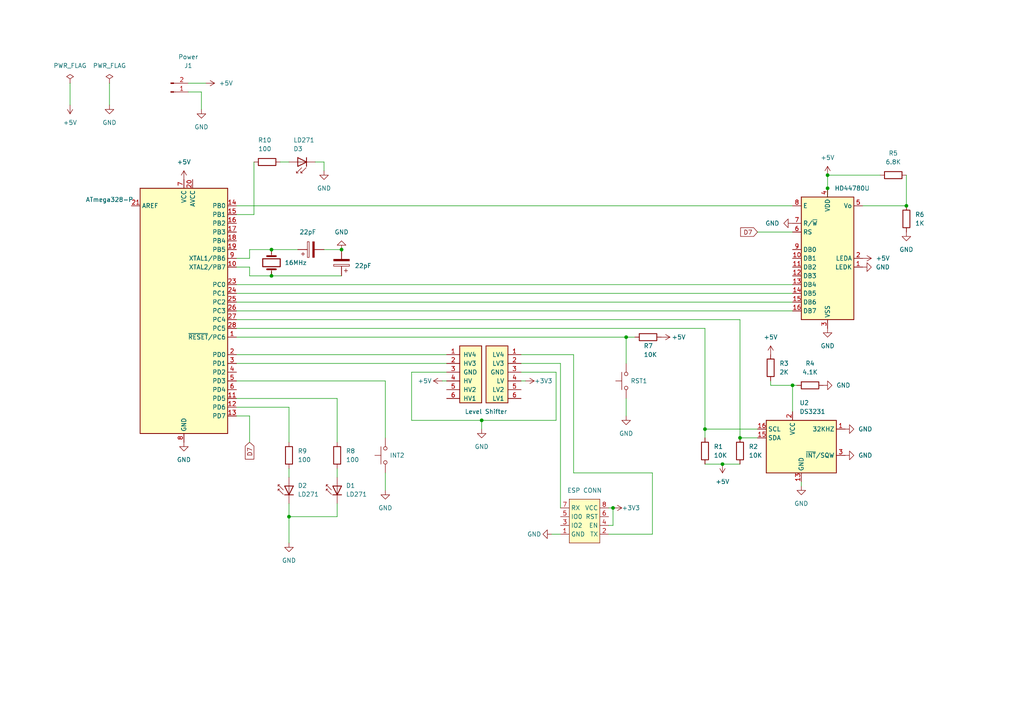
<source format=kicad_sch>
(kicad_sch (version 20230121) (generator eeschema)

  (uuid 4bb32ada-32bb-4019-a07d-b03688f5ca15)

  (paper "A4")

  (lib_symbols
    (symbol "Connector:Conn_01x02_Pin" (pin_names (offset 1.016) hide) (in_bom yes) (on_board yes)
      (property "Reference" "J" (at 0 2.54 0)
        (effects (font (size 1.27 1.27)))
      )
      (property "Value" "Conn_01x02_Pin" (at 0 -5.08 0)
        (effects (font (size 1.27 1.27)))
      )
      (property "Footprint" "" (at 0 0 0)
        (effects (font (size 1.27 1.27)) hide)
      )
      (property "Datasheet" "~" (at 0 0 0)
        (effects (font (size 1.27 1.27)) hide)
      )
      (property "ki_locked" "" (at 0 0 0)
        (effects (font (size 1.27 1.27)))
      )
      (property "ki_keywords" "connector" (at 0 0 0)
        (effects (font (size 1.27 1.27)) hide)
      )
      (property "ki_description" "Generic connector, single row, 01x02, script generated" (at 0 0 0)
        (effects (font (size 1.27 1.27)) hide)
      )
      (property "ki_fp_filters" "Connector*:*_1x??_*" (at 0 0 0)
        (effects (font (size 1.27 1.27)) hide)
      )
      (symbol "Conn_01x02_Pin_1_1"
        (polyline
          (pts
            (xy 1.27 -2.54)
            (xy 0.8636 -2.54)
          )
          (stroke (width 0.1524) (type default))
          (fill (type none))
        )
        (polyline
          (pts
            (xy 1.27 0)
            (xy 0.8636 0)
          )
          (stroke (width 0.1524) (type default))
          (fill (type none))
        )
        (rectangle (start 0.8636 -2.413) (end 0 -2.667)
          (stroke (width 0.1524) (type default))
          (fill (type outline))
        )
        (rectangle (start 0.8636 0.127) (end 0 -0.127)
          (stroke (width 0.1524) (type default))
          (fill (type outline))
        )
        (pin passive line (at 5.08 0 180) (length 3.81)
          (name "Pin_1" (effects (font (size 1.27 1.27))))
          (number "1" (effects (font (size 1.27 1.27))))
        )
        (pin passive line (at 5.08 -2.54 180) (length 3.81)
          (name "Pin_2" (effects (font (size 1.27 1.27))))
          (number "2" (effects (font (size 1.27 1.27))))
        )
      )
    )
    (symbol "Device:C_Polarized" (pin_numbers hide) (pin_names (offset 0.254)) (in_bom yes) (on_board yes)
      (property "Reference" "C" (at 0.635 2.54 0)
        (effects (font (size 1.27 1.27)) (justify left))
      )
      (property "Value" "C_Polarized" (at 0.635 -2.54 0)
        (effects (font (size 1.27 1.27)) (justify left))
      )
      (property "Footprint" "" (at 0.9652 -3.81 0)
        (effects (font (size 1.27 1.27)) hide)
      )
      (property "Datasheet" "~" (at 0 0 0)
        (effects (font (size 1.27 1.27)) hide)
      )
      (property "ki_keywords" "cap capacitor" (at 0 0 0)
        (effects (font (size 1.27 1.27)) hide)
      )
      (property "ki_description" "Polarized capacitor" (at 0 0 0)
        (effects (font (size 1.27 1.27)) hide)
      )
      (property "ki_fp_filters" "CP_*" (at 0 0 0)
        (effects (font (size 1.27 1.27)) hide)
      )
      (symbol "C_Polarized_0_1"
        (rectangle (start -2.286 0.508) (end 2.286 1.016)
          (stroke (width 0) (type default))
          (fill (type none))
        )
        (polyline
          (pts
            (xy -1.778 2.286)
            (xy -0.762 2.286)
          )
          (stroke (width 0) (type default))
          (fill (type none))
        )
        (polyline
          (pts
            (xy -1.27 2.794)
            (xy -1.27 1.778)
          )
          (stroke (width 0) (type default))
          (fill (type none))
        )
        (rectangle (start 2.286 -0.508) (end -2.286 -1.016)
          (stroke (width 0) (type default))
          (fill (type outline))
        )
      )
      (symbol "C_Polarized_1_1"
        (pin passive line (at 0 3.81 270) (length 2.794)
          (name "~" (effects (font (size 1.27 1.27))))
          (number "1" (effects (font (size 1.27 1.27))))
        )
        (pin passive line (at 0 -3.81 90) (length 2.794)
          (name "~" (effects (font (size 1.27 1.27))))
          (number "2" (effects (font (size 1.27 1.27))))
        )
      )
    )
    (symbol "Device:Crystal" (pin_numbers hide) (pin_names (offset 1.016) hide) (in_bom yes) (on_board yes)
      (property "Reference" "Y" (at 0 3.81 0)
        (effects (font (size 1.27 1.27)))
      )
      (property "Value" "Crystal" (at 0 -3.81 0)
        (effects (font (size 1.27 1.27)))
      )
      (property "Footprint" "" (at 0 0 0)
        (effects (font (size 1.27 1.27)) hide)
      )
      (property "Datasheet" "~" (at 0 0 0)
        (effects (font (size 1.27 1.27)) hide)
      )
      (property "ki_keywords" "quartz ceramic resonator oscillator" (at 0 0 0)
        (effects (font (size 1.27 1.27)) hide)
      )
      (property "ki_description" "Two pin crystal" (at 0 0 0)
        (effects (font (size 1.27 1.27)) hide)
      )
      (property "ki_fp_filters" "Crystal*" (at 0 0 0)
        (effects (font (size 1.27 1.27)) hide)
      )
      (symbol "Crystal_0_1"
        (rectangle (start -1.143 2.54) (end 1.143 -2.54)
          (stroke (width 0.3048) (type default))
          (fill (type none))
        )
        (polyline
          (pts
            (xy -2.54 0)
            (xy -1.905 0)
          )
          (stroke (width 0) (type default))
          (fill (type none))
        )
        (polyline
          (pts
            (xy -1.905 -1.27)
            (xy -1.905 1.27)
          )
          (stroke (width 0.508) (type default))
          (fill (type none))
        )
        (polyline
          (pts
            (xy 1.905 -1.27)
            (xy 1.905 1.27)
          )
          (stroke (width 0.508) (type default))
          (fill (type none))
        )
        (polyline
          (pts
            (xy 2.54 0)
            (xy 1.905 0)
          )
          (stroke (width 0) (type default))
          (fill (type none))
        )
      )
      (symbol "Crystal_1_1"
        (pin passive line (at -3.81 0 0) (length 1.27)
          (name "1" (effects (font (size 1.27 1.27))))
          (number "1" (effects (font (size 1.27 1.27))))
        )
        (pin passive line (at 3.81 0 180) (length 1.27)
          (name "2" (effects (font (size 1.27 1.27))))
          (number "2" (effects (font (size 1.27 1.27))))
        )
      )
    )
    (symbol "Device:R" (pin_numbers hide) (pin_names (offset 0)) (in_bom yes) (on_board yes)
      (property "Reference" "R" (at 2.032 0 90)
        (effects (font (size 1.27 1.27)))
      )
      (property "Value" "R" (at 0 0 90)
        (effects (font (size 1.27 1.27)))
      )
      (property "Footprint" "" (at -1.778 0 90)
        (effects (font (size 1.27 1.27)) hide)
      )
      (property "Datasheet" "~" (at 0 0 0)
        (effects (font (size 1.27 1.27)) hide)
      )
      (property "ki_keywords" "R res resistor" (at 0 0 0)
        (effects (font (size 1.27 1.27)) hide)
      )
      (property "ki_description" "Resistor" (at 0 0 0)
        (effects (font (size 1.27 1.27)) hide)
      )
      (property "ki_fp_filters" "R_*" (at 0 0 0)
        (effects (font (size 1.27 1.27)) hide)
      )
      (symbol "R_0_1"
        (rectangle (start -1.016 -2.54) (end 1.016 2.54)
          (stroke (width 0.254) (type default))
          (fill (type none))
        )
      )
      (symbol "R_1_1"
        (pin passive line (at 0 3.81 270) (length 1.27)
          (name "~" (effects (font (size 1.27 1.27))))
          (number "1" (effects (font (size 1.27 1.27))))
        )
        (pin passive line (at 0 -3.81 90) (length 1.27)
          (name "~" (effects (font (size 1.27 1.27))))
          (number "2" (effects (font (size 1.27 1.27))))
        )
      )
    )
    (symbol "Display_Character:HY1602E" (in_bom yes) (on_board yes)
      (property "Reference" "DS" (at -6.096 19.05 0)
        (effects (font (size 1.27 1.27)))
      )
      (property "Value" "HY1602E" (at 5.08 19.05 0)
        (effects (font (size 1.27 1.27)))
      )
      (property "Footprint" "Display:HY1602E" (at 0 -22.86 0)
        (effects (font (size 1.27 1.27) italic) hide)
      )
      (property "Datasheet" "http://www.icbank.com/data/ICBShop/board/HY1602E.pdf" (at 5.08 2.54 0)
        (effects (font (size 1.27 1.27)) hide)
      )
      (property "ki_keywords" "display LCD 7-segment" (at 0 0 0)
        (effects (font (size 1.27 1.27)) hide)
      )
      (property "ki_description" "LCD 16x2 Alphanumeric 16pin Blue/Yellow/Green Backlight, 8bit parallel, 5V VDD" (at 0 0 0)
        (effects (font (size 1.27 1.27)) hide)
      )
      (property "ki_fp_filters" "*HY1602E*" (at 0 0 0)
        (effects (font (size 1.27 1.27)) hide)
      )
      (symbol "HY1602E_0_1"
        (rectangle (start -7.62 17.78) (end 7.62 -17.78)
          (stroke (width 0.254) (type default))
          (fill (type background))
        )
      )
      (symbol "HY1602E_1_1"
        (pin passive line (at 10.16 -2.54 180) (length 2.54)
          (name "LEDK" (effects (font (size 1.27 1.27))))
          (number "1" (effects (font (size 1.27 1.27))))
        )
        (pin bidirectional line (at -10.16 0 0) (length 2.54)
          (name "DB1" (effects (font (size 1.27 1.27))))
          (number "10" (effects (font (size 1.27 1.27))))
        )
        (pin bidirectional line (at -10.16 -2.54 0) (length 2.54)
          (name "DB2" (effects (font (size 1.27 1.27))))
          (number "11" (effects (font (size 1.27 1.27))))
        )
        (pin bidirectional line (at -10.16 -5.08 0) (length 2.54)
          (name "DB3" (effects (font (size 1.27 1.27))))
          (number "12" (effects (font (size 1.27 1.27))))
        )
        (pin bidirectional line (at -10.16 -7.62 0) (length 2.54)
          (name "DB4" (effects (font (size 1.27 1.27))))
          (number "13" (effects (font (size 1.27 1.27))))
        )
        (pin bidirectional line (at -10.16 -10.16 0) (length 2.54)
          (name "DB5" (effects (font (size 1.27 1.27))))
          (number "14" (effects (font (size 1.27 1.27))))
        )
        (pin bidirectional line (at -10.16 -12.7 0) (length 2.54)
          (name "DB6" (effects (font (size 1.27 1.27))))
          (number "15" (effects (font (size 1.27 1.27))))
        )
        (pin bidirectional line (at -10.16 -15.24 0) (length 2.54)
          (name "DB7" (effects (font (size 1.27 1.27))))
          (number "16" (effects (font (size 1.27 1.27))))
        )
        (pin passive line (at 10.16 0 180) (length 2.54)
          (name "LEDA" (effects (font (size 1.27 1.27))))
          (number "2" (effects (font (size 1.27 1.27))))
        )
        (pin power_in line (at 0 -20.32 90) (length 2.54)
          (name "VSS" (effects (font (size 1.27 1.27))))
          (number "3" (effects (font (size 1.27 1.27))))
        )
        (pin power_in line (at 0 20.32 270) (length 2.54)
          (name "VDD" (effects (font (size 1.27 1.27))))
          (number "4" (effects (font (size 1.27 1.27))))
        )
        (pin input line (at 10.16 15.24 180) (length 2.54)
          (name "Vo" (effects (font (size 1.27 1.27))))
          (number "5" (effects (font (size 1.27 1.27))))
        )
        (pin input line (at -10.16 7.62 0) (length 2.54)
          (name "RS" (effects (font (size 1.27 1.27))))
          (number "6" (effects (font (size 1.27 1.27))))
        )
        (pin input line (at -10.16 10.16 0) (length 2.54)
          (name "R/~{W}" (effects (font (size 1.27 1.27))))
          (number "7" (effects (font (size 1.27 1.27))))
        )
        (pin input line (at -10.16 15.24 0) (length 2.54)
          (name "E" (effects (font (size 1.27 1.27))))
          (number "8" (effects (font (size 1.27 1.27))))
        )
        (pin bidirectional line (at -10.16 2.54 0) (length 2.54)
          (name "DB0" (effects (font (size 1.27 1.27))))
          (number "9" (effects (font (size 1.27 1.27))))
        )
      )
    )
    (symbol "LED:LD271" (pin_numbers hide) (pin_names (offset 1.016) hide) (in_bom yes) (on_board yes)
      (property "Reference" "D" (at 0.508 1.778 0)
        (effects (font (size 1.27 1.27)) (justify left))
      )
      (property "Value" "LD271" (at -1.016 -2.794 0)
        (effects (font (size 1.27 1.27)))
      )
      (property "Footprint" "LED_THT:LED_D5.0mm_IRGrey" (at 0 4.445 0)
        (effects (font (size 1.27 1.27)) hide)
      )
      (property "Datasheet" "http://www.alliedelec.com/m/d/40788c34903a719969df15f1fbea1056.pdf" (at -1.27 0 0)
        (effects (font (size 1.27 1.27)) hide)
      )
      (property "ki_keywords" "IR LED" (at 0 0 0)
        (effects (font (size 1.27 1.27)) hide)
      )
      (property "ki_description" "940nm IR-LED, 5mm" (at 0 0 0)
        (effects (font (size 1.27 1.27)) hide)
      )
      (property "ki_fp_filters" "LED*5.0mm*IRGrey*" (at 0 0 0)
        (effects (font (size 1.27 1.27)) hide)
      )
      (symbol "LD271_0_1"
        (polyline
          (pts
            (xy -2.54 1.27)
            (xy -2.54 -1.27)
          )
          (stroke (width 0.254) (type default))
          (fill (type none))
        )
        (polyline
          (pts
            (xy 0 0)
            (xy -2.54 0)
          )
          (stroke (width 0) (type default))
          (fill (type none))
        )
        (polyline
          (pts
            (xy 0.381 3.175)
            (xy -0.127 3.175)
          )
          (stroke (width 0) (type default))
          (fill (type none))
        )
        (polyline
          (pts
            (xy -1.143 1.651)
            (xy 0.381 3.175)
            (xy 0.381 2.667)
          )
          (stroke (width 0) (type default))
          (fill (type none))
        )
        (polyline
          (pts
            (xy 0 -1.27)
            (xy -2.54 0)
            (xy 0 1.27)
            (xy 0 -1.27)
          )
          (stroke (width 0.254) (type default))
          (fill (type none))
        )
        (polyline
          (pts
            (xy -2.413 1.651)
            (xy -0.889 3.175)
            (xy -0.889 2.667)
            (xy -0.889 3.175)
            (xy -1.397 3.175)
          )
          (stroke (width 0) (type default))
          (fill (type none))
        )
      )
      (symbol "LD271_1_1"
        (pin passive line (at -5.08 0 0) (length 2.54)
          (name "K" (effects (font (size 1.27 1.27))))
          (number "1" (effects (font (size 1.27 1.27))))
        )
        (pin passive line (at 2.54 0 180) (length 2.54)
          (name "A" (effects (font (size 1.27 1.27))))
          (number "2" (effects (font (size 1.27 1.27))))
        )
      )
    )
    (symbol "MCU_Microchip_ATmega:ATmega328-P" (in_bom yes) (on_board yes)
      (property "Reference" "U" (at -12.7 36.83 0)
        (effects (font (size 1.27 1.27)) (justify left bottom))
      )
      (property "Value" "ATmega328-P" (at 2.54 -36.83 0)
        (effects (font (size 1.27 1.27)) (justify left top))
      )
      (property "Footprint" "Package_DIP:DIP-28_W7.62mm" (at 0 0 0)
        (effects (font (size 1.27 1.27) italic) hide)
      )
      (property "Datasheet" "http://ww1.microchip.com/downloads/en/DeviceDoc/ATmega328_P%20AVR%20MCU%20with%20picoPower%20Technology%20Data%20Sheet%2040001984A.pdf" (at 0 0 0)
        (effects (font (size 1.27 1.27)) hide)
      )
      (property "ki_keywords" "AVR 8bit Microcontroller MegaAVR" (at 0 0 0)
        (effects (font (size 1.27 1.27)) hide)
      )
      (property "ki_description" "20MHz, 32kB Flash, 2kB SRAM, 1kB EEPROM, DIP-28" (at 0 0 0)
        (effects (font (size 1.27 1.27)) hide)
      )
      (property "ki_fp_filters" "DIP*W7.62mm*" (at 0 0 0)
        (effects (font (size 1.27 1.27)) hide)
      )
      (symbol "ATmega328-P_0_1"
        (rectangle (start -12.7 -35.56) (end 12.7 35.56)
          (stroke (width 0.254) (type default))
          (fill (type background))
        )
      )
      (symbol "ATmega328-P_1_1"
        (pin bidirectional line (at 15.24 -7.62 180) (length 2.54)
          (name "~{RESET}/PC6" (effects (font (size 1.27 1.27))))
          (number "1" (effects (font (size 1.27 1.27))))
        )
        (pin bidirectional line (at 15.24 12.7 180) (length 2.54)
          (name "XTAL2/PB7" (effects (font (size 1.27 1.27))))
          (number "10" (effects (font (size 1.27 1.27))))
        )
        (pin bidirectional line (at 15.24 -25.4 180) (length 2.54)
          (name "PD5" (effects (font (size 1.27 1.27))))
          (number "11" (effects (font (size 1.27 1.27))))
        )
        (pin bidirectional line (at 15.24 -27.94 180) (length 2.54)
          (name "PD6" (effects (font (size 1.27 1.27))))
          (number "12" (effects (font (size 1.27 1.27))))
        )
        (pin bidirectional line (at 15.24 -30.48 180) (length 2.54)
          (name "PD7" (effects (font (size 1.27 1.27))))
          (number "13" (effects (font (size 1.27 1.27))))
        )
        (pin bidirectional line (at 15.24 30.48 180) (length 2.54)
          (name "PB0" (effects (font (size 1.27 1.27))))
          (number "14" (effects (font (size 1.27 1.27))))
        )
        (pin bidirectional line (at 15.24 27.94 180) (length 2.54)
          (name "PB1" (effects (font (size 1.27 1.27))))
          (number "15" (effects (font (size 1.27 1.27))))
        )
        (pin bidirectional line (at 15.24 25.4 180) (length 2.54)
          (name "PB2" (effects (font (size 1.27 1.27))))
          (number "16" (effects (font (size 1.27 1.27))))
        )
        (pin bidirectional line (at 15.24 22.86 180) (length 2.54)
          (name "PB3" (effects (font (size 1.27 1.27))))
          (number "17" (effects (font (size 1.27 1.27))))
        )
        (pin bidirectional line (at 15.24 20.32 180) (length 2.54)
          (name "PB4" (effects (font (size 1.27 1.27))))
          (number "18" (effects (font (size 1.27 1.27))))
        )
        (pin bidirectional line (at 15.24 17.78 180) (length 2.54)
          (name "PB5" (effects (font (size 1.27 1.27))))
          (number "19" (effects (font (size 1.27 1.27))))
        )
        (pin bidirectional line (at 15.24 -12.7 180) (length 2.54)
          (name "PD0" (effects (font (size 1.27 1.27))))
          (number "2" (effects (font (size 1.27 1.27))))
        )
        (pin power_in line (at 2.54 38.1 270) (length 2.54)
          (name "AVCC" (effects (font (size 1.27 1.27))))
          (number "20" (effects (font (size 1.27 1.27))))
        )
        (pin passive line (at -15.24 30.48 0) (length 2.54)
          (name "AREF" (effects (font (size 1.27 1.27))))
          (number "21" (effects (font (size 1.27 1.27))))
        )
        (pin passive line (at 0 -38.1 90) (length 2.54) hide
          (name "GND" (effects (font (size 1.27 1.27))))
          (number "22" (effects (font (size 1.27 1.27))))
        )
        (pin bidirectional line (at 15.24 7.62 180) (length 2.54)
          (name "PC0" (effects (font (size 1.27 1.27))))
          (number "23" (effects (font (size 1.27 1.27))))
        )
        (pin bidirectional line (at 15.24 5.08 180) (length 2.54)
          (name "PC1" (effects (font (size 1.27 1.27))))
          (number "24" (effects (font (size 1.27 1.27))))
        )
        (pin bidirectional line (at 15.24 2.54 180) (length 2.54)
          (name "PC2" (effects (font (size 1.27 1.27))))
          (number "25" (effects (font (size 1.27 1.27))))
        )
        (pin bidirectional line (at 15.24 0 180) (length 2.54)
          (name "PC3" (effects (font (size 1.27 1.27))))
          (number "26" (effects (font (size 1.27 1.27))))
        )
        (pin bidirectional line (at 15.24 -2.54 180) (length 2.54)
          (name "PC4" (effects (font (size 1.27 1.27))))
          (number "27" (effects (font (size 1.27 1.27))))
        )
        (pin bidirectional line (at 15.24 -5.08 180) (length 2.54)
          (name "PC5" (effects (font (size 1.27 1.27))))
          (number "28" (effects (font (size 1.27 1.27))))
        )
        (pin bidirectional line (at 15.24 -15.24 180) (length 2.54)
          (name "PD1" (effects (font (size 1.27 1.27))))
          (number "3" (effects (font (size 1.27 1.27))))
        )
        (pin bidirectional line (at 15.24 -17.78 180) (length 2.54)
          (name "PD2" (effects (font (size 1.27 1.27))))
          (number "4" (effects (font (size 1.27 1.27))))
        )
        (pin bidirectional line (at 15.24 -20.32 180) (length 2.54)
          (name "PD3" (effects (font (size 1.27 1.27))))
          (number "5" (effects (font (size 1.27 1.27))))
        )
        (pin bidirectional line (at 15.24 -22.86 180) (length 2.54)
          (name "PD4" (effects (font (size 1.27 1.27))))
          (number "6" (effects (font (size 1.27 1.27))))
        )
        (pin power_in line (at 0 38.1 270) (length 2.54)
          (name "VCC" (effects (font (size 1.27 1.27))))
          (number "7" (effects (font (size 1.27 1.27))))
        )
        (pin power_in line (at 0 -38.1 90) (length 2.54)
          (name "GND" (effects (font (size 1.27 1.27))))
          (number "8" (effects (font (size 1.27 1.27))))
        )
        (pin bidirectional line (at 15.24 15.24 180) (length 2.54)
          (name "XTAL1/PB6" (effects (font (size 1.27 1.27))))
          (number "9" (effects (font (size 1.27 1.27))))
        )
      )
    )
    (symbol "Switch:SW_Push" (pin_numbers hide) (pin_names (offset 1.016) hide) (in_bom yes) (on_board yes)
      (property "Reference" "SW" (at 1.27 2.54 0)
        (effects (font (size 1.27 1.27)) (justify left))
      )
      (property "Value" "SW_Push" (at 0 -1.524 0)
        (effects (font (size 1.27 1.27)))
      )
      (property "Footprint" "" (at 0 5.08 0)
        (effects (font (size 1.27 1.27)) hide)
      )
      (property "Datasheet" "~" (at 0 5.08 0)
        (effects (font (size 1.27 1.27)) hide)
      )
      (property "ki_keywords" "switch normally-open pushbutton push-button" (at 0 0 0)
        (effects (font (size 1.27 1.27)) hide)
      )
      (property "ki_description" "Push button switch, generic, two pins" (at 0 0 0)
        (effects (font (size 1.27 1.27)) hide)
      )
      (symbol "SW_Push_0_1"
        (circle (center -2.032 0) (radius 0.508)
          (stroke (width 0) (type default))
          (fill (type none))
        )
        (polyline
          (pts
            (xy 0 1.27)
            (xy 0 3.048)
          )
          (stroke (width 0) (type default))
          (fill (type none))
        )
        (polyline
          (pts
            (xy 2.54 1.27)
            (xy -2.54 1.27)
          )
          (stroke (width 0) (type default))
          (fill (type none))
        )
        (circle (center 2.032 0) (radius 0.508)
          (stroke (width 0) (type default))
          (fill (type none))
        )
        (pin passive line (at -5.08 0 0) (length 2.54)
          (name "1" (effects (font (size 1.27 1.27))))
          (number "1" (effects (font (size 1.27 1.27))))
        )
        (pin passive line (at 5.08 0 180) (length 2.54)
          (name "2" (effects (font (size 1.27 1.27))))
          (number "2" (effects (font (size 1.27 1.27))))
        )
      )
    )
    (symbol "Timer_RTC:DS3231M" (in_bom yes) (on_board yes)
      (property "Reference" "U?" (at 2.0194 -10.16 0)
        (effects (font (size 1.27 1.27)) (justify left))
      )
      (property "Value" "DS3231M" (at 2.0194 -12.7 0)
        (effects (font (size 1.27 1.27)) (justify left))
      )
      (property "Footprint" "Package_SO:SOIC-16W_7.5x10.3mm_P1.27mm" (at 0 -15.24 0)
        (effects (font (size 1.27 1.27)) hide)
      )
      (property "Datasheet" "http://datasheets.maximintegrated.com/en/ds/DS3231.pdf" (at 6.858 1.27 0)
        (effects (font (size 1.27 1.27)) hide)
      )
      (property "ki_keywords" "RTC TCXO Realtime Time Clock Crystal Oscillator I2C" (at 0 0 0)
        (effects (font (size 1.27 1.27)) hide)
      )
      (property "ki_description" "Extremely Accurate I2C-Integrated RTC/TCXO/Crystal SOIC-16" (at 0 0 0)
        (effects (font (size 1.27 1.27)) hide)
      )
      (property "ki_fp_filters" "SOIC*7.5x10.3mm*P1.27mm*" (at 0 0 0)
        (effects (font (size 1.27 1.27)) hide)
      )
      (symbol "DS3231M_0_1"
        (rectangle (start -10.16 7.62) (end 10.16 -7.62)
          (stroke (width 0.254) (type default))
          (fill (type background))
        )
      )
      (symbol "DS3231M_1_1"
        (pin open_collector line (at 12.7 5.08 180) (length 2.54)
          (name "32KHZ" (effects (font (size 1.27 1.27))))
          (number "1" (effects (font (size 1.27 1.27))))
        )
        (pin passive line (at 0 -10.16 90) (length 2.54) hide
          (name "GND" (effects (font (size 1.27 1.27))))
          (number "10" (effects (font (size 1.27 1.27))))
        )
        (pin passive line (at 0 -10.16 90) (length 2.54) hide
          (name "GND" (effects (font (size 1.27 1.27))))
          (number "11" (effects (font (size 1.27 1.27))))
        )
        (pin passive line (at 0 -10.16 90) (length 2.54) hide
          (name "GND" (effects (font (size 1.27 1.27))))
          (number "12" (effects (font (size 1.27 1.27))))
        )
        (pin power_in line (at 0 -10.16 90) (length 2.54)
          (name "GND" (effects (font (size 1.27 1.27))))
          (number "13" (effects (font (size 1.27 1.27))))
        )
        (pin bidirectional line (at -12.7 2.54 0) (length 2.54)
          (name "SDA" (effects (font (size 1.27 1.27))))
          (number "15" (effects (font (size 1.27 1.27))))
        )
        (pin input line (at -12.7 5.08 0) (length 2.54)
          (name "SCL" (effects (font (size 1.27 1.27))))
          (number "16" (effects (font (size 1.27 1.27))))
        )
        (pin power_in line (at -2.54 10.16 270) (length 2.54)
          (name "VCC" (effects (font (size 1.27 1.27))))
          (number "2" (effects (font (size 1.27 1.27))))
        )
        (pin open_collector line (at 12.7 -2.54 180) (length 2.54)
          (name "~{INT}/SQW" (effects (font (size 1.27 1.27))))
          (number "3" (effects (font (size 1.27 1.27))))
        )
        (pin passive line (at 0 -10.16 90) (length 2.54) hide
          (name "GND" (effects (font (size 1.27 1.27))))
          (number "5" (effects (font (size 1.27 1.27))))
        )
        (pin passive line (at 0 -10.16 90) (length 2.54) hide
          (name "GND" (effects (font (size 1.27 1.27))))
          (number "6" (effects (font (size 1.27 1.27))))
        )
        (pin passive line (at 0 -10.16 90) (length 2.54) hide
          (name "GND" (effects (font (size 1.27 1.27))))
          (number "7" (effects (font (size 1.27 1.27))))
        )
        (pin passive line (at 0 -10.16 90) (length 2.54) hide
          (name "GND" (effects (font (size 1.27 1.27))))
          (number "8" (effects (font (size 1.27 1.27))))
        )
        (pin passive line (at 0 -10.16 90) (length 2.54) hide
          (name "GND" (effects (font (size 1.27 1.27))))
          (number "9" (effects (font (size 1.27 1.27))))
        )
      )
    )
    (symbol "Usuário:ESP" (in_bom yes) (on_board yes)
      (property "Reference" "A" (at -3.81 1.27 0)
        (effects (font (size 1.27 1.27)) hide)
      )
      (property "Value" "" (at 0 0 0)
        (effects (font (size 1.27 1.27)))
      )
      (property "Footprint" "" (at 0 0 0)
        (effects (font (size 1.27 1.27)) hide)
      )
      (property "Datasheet" "" (at 0 0 0)
        (effects (font (size 1.27 1.27)) hide)
      )
      (symbol "ESP_1_1"
        (rectangle (start -3.81 0) (end 5.08 -12.7)
          (stroke (width 0) (type default))
          (fill (type background))
        )
        (pin bidirectional line (at 7.62 -2.54 180) (length 2.54)
          (name "GND" (effects (font (size 1.27 1.27))))
          (number "1" (effects (font (size 1.27 1.27))))
        )
        (pin input line (at -6.35 -2.54 0) (length 2.54)
          (name "TX" (effects (font (size 1.27 1.27))))
          (number "2" (effects (font (size 1.27 1.27))))
        )
        (pin bidirectional line (at 7.62 -5.08 180) (length 2.54)
          (name "IO2" (effects (font (size 1.27 1.27))))
          (number "3" (effects (font (size 1.27 1.27))))
        )
        (pin output line (at -6.35 -5.08 0) (length 2.54)
          (name "EN" (effects (font (size 1.27 1.27))))
          (number "4" (effects (font (size 1.27 1.27))))
        )
        (pin bidirectional line (at 7.62 -7.62 180) (length 2.54)
          (name "IO0" (effects (font (size 1.27 1.27))))
          (number "5" (effects (font (size 1.27 1.27))))
        )
        (pin power_in line (at -6.35 -7.62 0) (length 2.54)
          (name "RST" (effects (font (size 1.27 1.27))))
          (number "6" (effects (font (size 1.27 1.27))))
        )
        (pin bidirectional line (at 7.62 -10.16 180) (length 2.54)
          (name "RX" (effects (font (size 1.27 1.27))))
          (number "7" (effects (font (size 1.27 1.27))))
        )
        (pin power_in line (at -6.35 -10.16 0) (length 2.54)
          (name "VCC" (effects (font (size 1.27 1.27))))
          (number "8" (effects (font (size 1.27 1.27))))
        )
      )
    )
    (symbol "Usuário:Level_Shifter_HV" (pin_names (offset 1.016)) (in_bom yes) (on_board yes)
      (property "Reference" "J" (at 1.27 8.89 0)
        (effects (font (size 1.27 1.27)))
      )
      (property "Value" "Level Shifter" (at 0 -10.16 0)
        (effects (font (size 1.27 1.27)) hide)
      )
      (property "Footprint" "" (at 0 0 0)
        (effects (font (size 1.27 1.27)) hide)
      )
      (property "Datasheet" "" (at 0 0 0)
        (effects (font (size 1.27 1.27)) hide)
      )
      (property "ki_keywords" "connector" (at 0 0 0)
        (effects (font (size 1.27 1.27)) hide)
      )
      (property "ki_description" "Generic connector, single row, 01x06, script generated (kicad-library-utils/schlib/autogen/connector/)" (at 0 0 0)
        (effects (font (size 1.27 1.27)) hide)
      )
      (property "ki_fp_filters" "Connector*:*_1x??_*" (at 0 0 0)
        (effects (font (size 1.27 1.27)) hide)
      )
      (symbol "Level_Shifter_HV_1_1"
        (rectangle (start -1.27 7.62) (end 5.08 -8.89)
          (stroke (width 0.254) (type default))
          (fill (type background))
        )
        (pin passive line (at -5.08 5.08 0) (length 3.81)
          (name "HV4" (effects (font (size 1.27 1.27))))
          (number "1" (effects (font (size 1.27 1.27))))
        )
        (pin passive line (at -5.08 2.54 0) (length 3.81)
          (name "HV3" (effects (font (size 1.27 1.27))))
          (number "2" (effects (font (size 1.27 1.27))))
        )
        (pin passive line (at -5.08 0 0) (length 3.81)
          (name "GND" (effects (font (size 1.27 1.27))))
          (number "3" (effects (font (size 1.27 1.27))))
        )
        (pin passive line (at -5.08 -2.54 0) (length 3.81)
          (name "HV" (effects (font (size 1.27 1.27))))
          (number "4" (effects (font (size 1.27 1.27))))
        )
        (pin passive line (at -5.08 -5.08 0) (length 3.81)
          (name "HV2" (effects (font (size 1.27 1.27))))
          (number "5" (effects (font (size 1.27 1.27))))
        )
        (pin passive line (at -5.08 -7.62 0) (length 3.81)
          (name "HV1" (effects (font (size 1.27 1.27))))
          (number "6" (effects (font (size 1.27 1.27))))
        )
      )
    )
    (symbol "Usuário:Level_Shifter_LV" (pin_names (offset 1.016)) (in_bom yes) (on_board yes)
      (property "Reference" "J" (at 1.27 8.89 0)
        (effects (font (size 1.27 1.27)))
      )
      (property "Value" "Level Shifter" (at 0 -10.16 0)
        (effects (font (size 1.27 1.27)) hide)
      )
      (property "Footprint" "" (at 0 0 0)
        (effects (font (size 1.27 1.27)) hide)
      )
      (property "Datasheet" "" (at 0 0 0)
        (effects (font (size 1.27 1.27)) hide)
      )
      (property "ki_keywords" "connector" (at 0 0 0)
        (effects (font (size 1.27 1.27)) hide)
      )
      (property "ki_description" "Generic connector, single row, 01x06, script generated (kicad-library-utils/schlib/autogen/connector/)" (at 0 0 0)
        (effects (font (size 1.27 1.27)) hide)
      )
      (property "ki_fp_filters" "Connector*:*_1x??_*" (at 0 0 0)
        (effects (font (size 1.27 1.27)) hide)
      )
      (symbol "Level_Shifter_LV_1_1"
        (rectangle (start -2.54 7.62) (end 3.81 -8.89)
          (stroke (width 0.254) (type default))
          (fill (type background))
        )
        (pin passive line (at 7.62 5.08 180) (length 3.81)
          (name "LV4" (effects (font (size 1.27 1.27))))
          (number "1" (effects (font (size 1.27 1.27))))
        )
        (pin passive line (at 7.62 2.54 180) (length 3.81)
          (name "LV3" (effects (font (size 1.27 1.27))))
          (number "2" (effects (font (size 1.27 1.27))))
        )
        (pin passive line (at 7.62 0 180) (length 3.81)
          (name "GND" (effects (font (size 1.27 1.27))))
          (number "3" (effects (font (size 1.27 1.27))))
        )
        (pin passive line (at 7.62 -2.54 180) (length 3.81)
          (name "LV" (effects (font (size 1.27 1.27))))
          (number "4" (effects (font (size 1.27 1.27))))
        )
        (pin passive line (at 7.62 -5.08 180) (length 3.81)
          (name "LV2" (effects (font (size 1.27 1.27))))
          (number "5" (effects (font (size 1.27 1.27))))
        )
        (pin passive line (at 7.62 -7.62 180) (length 3.81)
          (name "LV1" (effects (font (size 1.27 1.27))))
          (number "6" (effects (font (size 1.27 1.27))))
        )
      )
    )
    (symbol "power:+3V3" (power) (pin_names (offset 0)) (in_bom yes) (on_board yes)
      (property "Reference" "#PWR" (at 0 -3.81 0)
        (effects (font (size 1.27 1.27)) hide)
      )
      (property "Value" "+3V3" (at 0 3.556 0)
        (effects (font (size 1.27 1.27)))
      )
      (property "Footprint" "" (at 0 0 0)
        (effects (font (size 1.27 1.27)) hide)
      )
      (property "Datasheet" "" (at 0 0 0)
        (effects (font (size 1.27 1.27)) hide)
      )
      (property "ki_keywords" "global power" (at 0 0 0)
        (effects (font (size 1.27 1.27)) hide)
      )
      (property "ki_description" "Power symbol creates a global label with name \"+3V3\"" (at 0 0 0)
        (effects (font (size 1.27 1.27)) hide)
      )
      (symbol "+3V3_0_1"
        (polyline
          (pts
            (xy -0.762 1.27)
            (xy 0 2.54)
          )
          (stroke (width 0) (type default))
          (fill (type none))
        )
        (polyline
          (pts
            (xy 0 0)
            (xy 0 2.54)
          )
          (stroke (width 0) (type default))
          (fill (type none))
        )
        (polyline
          (pts
            (xy 0 2.54)
            (xy 0.762 1.27)
          )
          (stroke (width 0) (type default))
          (fill (type none))
        )
      )
      (symbol "+3V3_1_1"
        (pin power_in line (at 0 0 90) (length 0) hide
          (name "+3V3" (effects (font (size 1.27 1.27))))
          (number "1" (effects (font (size 1.27 1.27))))
        )
      )
    )
    (symbol "power:+5V" (power) (pin_names (offset 0)) (in_bom yes) (on_board yes)
      (property "Reference" "#PWR" (at 0 -3.81 0)
        (effects (font (size 1.27 1.27)) hide)
      )
      (property "Value" "+5V" (at 0 3.556 0)
        (effects (font (size 1.27 1.27)))
      )
      (property "Footprint" "" (at 0 0 0)
        (effects (font (size 1.27 1.27)) hide)
      )
      (property "Datasheet" "" (at 0 0 0)
        (effects (font (size 1.27 1.27)) hide)
      )
      (property "ki_keywords" "power-flag" (at 0 0 0)
        (effects (font (size 1.27 1.27)) hide)
      )
      (property "ki_description" "Power symbol creates a global label with name \"+5V\"" (at 0 0 0)
        (effects (font (size 1.27 1.27)) hide)
      )
      (symbol "+5V_0_1"
        (polyline
          (pts
            (xy -0.762 1.27)
            (xy 0 2.54)
          )
          (stroke (width 0) (type default))
          (fill (type none))
        )
        (polyline
          (pts
            (xy 0 0)
            (xy 0 2.54)
          )
          (stroke (width 0) (type default))
          (fill (type none))
        )
        (polyline
          (pts
            (xy 0 2.54)
            (xy 0.762 1.27)
          )
          (stroke (width 0) (type default))
          (fill (type none))
        )
      )
      (symbol "+5V_1_1"
        (pin power_in line (at 0 0 90) (length 0) hide
          (name "+5V" (effects (font (size 1.27 1.27))))
          (number "1" (effects (font (size 1.27 1.27))))
        )
      )
    )
    (symbol "power:GND" (power) (pin_names (offset 0)) (in_bom yes) (on_board yes)
      (property "Reference" "#PWR" (at 0 -6.35 0)
        (effects (font (size 1.27 1.27)) hide)
      )
      (property "Value" "GND" (at 0 -3.81 0)
        (effects (font (size 1.27 1.27)))
      )
      (property "Footprint" "" (at 0 0 0)
        (effects (font (size 1.27 1.27)) hide)
      )
      (property "Datasheet" "" (at 0 0 0)
        (effects (font (size 1.27 1.27)) hide)
      )
      (property "ki_keywords" "power-flag" (at 0 0 0)
        (effects (font (size 1.27 1.27)) hide)
      )
      (property "ki_description" "Power symbol creates a global label with name \"GND\" , ground" (at 0 0 0)
        (effects (font (size 1.27 1.27)) hide)
      )
      (symbol "GND_0_1"
        (polyline
          (pts
            (xy 0 0)
            (xy 0 -1.27)
            (xy 1.27 -1.27)
            (xy 0 -2.54)
            (xy -1.27 -1.27)
            (xy 0 -1.27)
          )
          (stroke (width 0) (type default))
          (fill (type none))
        )
      )
      (symbol "GND_1_1"
        (pin power_in line (at 0 0 270) (length 0) hide
          (name "GND" (effects (font (size 1.27 1.27))))
          (number "1" (effects (font (size 1.27 1.27))))
        )
      )
    )
    (symbol "power:PWR_FLAG" (power) (pin_numbers hide) (pin_names (offset 0) hide) (in_bom yes) (on_board yes)
      (property "Reference" "#FLG" (at 0 1.905 0)
        (effects (font (size 1.27 1.27)) hide)
      )
      (property "Value" "PWR_FLAG" (at 0 3.81 0)
        (effects (font (size 1.27 1.27)))
      )
      (property "Footprint" "" (at 0 0 0)
        (effects (font (size 1.27 1.27)) hide)
      )
      (property "Datasheet" "~" (at 0 0 0)
        (effects (font (size 1.27 1.27)) hide)
      )
      (property "ki_keywords" "flag power" (at 0 0 0)
        (effects (font (size 1.27 1.27)) hide)
      )
      (property "ki_description" "Special symbol for telling ERC where power comes from" (at 0 0 0)
        (effects (font (size 1.27 1.27)) hide)
      )
      (symbol "PWR_FLAG_0_0"
        (pin power_out line (at 0 0 90) (length 0)
          (name "pwr" (effects (font (size 1.27 1.27))))
          (number "1" (effects (font (size 1.27 1.27))))
        )
      )
      (symbol "PWR_FLAG_0_1"
        (polyline
          (pts
            (xy 0 0)
            (xy 0 1.27)
            (xy -1.016 1.905)
            (xy 0 2.54)
            (xy 1.016 1.905)
            (xy 0 1.27)
          )
          (stroke (width 0) (type default))
          (fill (type none))
        )
      )
    )
  )

  (junction (at 177.8 147.32) (diameter 0) (color 0 0 0 0)
    (uuid 0dd1a20a-5e89-456c-8fd4-87af0b13810d)
  )
  (junction (at 181.61 97.79) (diameter 0) (color 0 0 0 0)
    (uuid 158b57b0-a886-4e75-8d4d-ebe26e386f95)
  )
  (junction (at 139.7 121.92) (diameter 0) (color 0 0 0 0)
    (uuid 2ed52461-c186-4f2c-b5a8-1a3f818fea22)
  )
  (junction (at 83.82 149.86) (diameter 0) (color 0 0 0 0)
    (uuid 4aa7641c-3d3c-4016-8a8b-61ca2a4de612)
  )
  (junction (at 209.55 134.62) (diameter 0) (color 0 0 0 0)
    (uuid 4fabdefb-9e72-447c-81b0-91a0b9b64eba)
  )
  (junction (at 240.03 50.8) (diameter 0) (color 0 0 0 0)
    (uuid 73ad50eb-0298-40ab-926f-8bb02b444ee0)
  )
  (junction (at 99.06 72.39) (diameter 0) (color 0 0 0 0)
    (uuid 91992c59-4274-4feb-b061-6f1667e6f7c9)
  )
  (junction (at 78.74 72.39) (diameter 0) (color 0 0 0 0)
    (uuid b9e14ab5-1086-47ac-b06b-9ba2613c17f6)
  )
  (junction (at 240.03 54.61) (diameter 0) (color 0 0 0 0)
    (uuid bdb5dc66-a085-4ccf-ac5e-a32b19692274)
  )
  (junction (at 214.63 127) (diameter 0) (color 0 0 0 0)
    (uuid ce298e53-edf1-4315-9e6f-94fa71d8f13f)
  )
  (junction (at 204.47 124.46) (diameter 0) (color 0 0 0 0)
    (uuid d1fa179d-a43d-469d-916f-1382ad089fb6)
  )
  (junction (at 229.87 111.76) (diameter 0) (color 0 0 0 0)
    (uuid d96f1114-022c-406a-90c9-93548d333d7d)
  )
  (junction (at 262.89 59.69) (diameter 0) (color 0 0 0 0)
    (uuid df4e28d8-3ca2-4646-b9c1-1cafcb69cea2)
  )
  (junction (at 78.74 80.01) (diameter 0) (color 0 0 0 0)
    (uuid e90f6f93-4d4b-4bfb-8398-fae16791a7bb)
  )

  (wire (pts (xy 58.42 26.67) (xy 58.42 31.75))
    (stroke (width 0) (type default))
    (uuid 034366df-4225-49f7-a629-6cfeadcdcb08)
  )
  (wire (pts (xy 204.47 124.46) (xy 219.71 124.46))
    (stroke (width 0) (type default))
    (uuid 0436f097-d7ba-44fd-ae9c-74e5ed87f585)
  )
  (wire (pts (xy 160.02 154.94) (xy 162.56 154.94))
    (stroke (width 0) (type default))
    (uuid 052bb6c9-21f9-442d-826e-e587759d0e38)
  )
  (wire (pts (xy 232.41 139.7) (xy 232.41 140.97))
    (stroke (width 0) (type default))
    (uuid 05f8642a-20c9-4eec-831d-3e2f0bbcf286)
  )
  (wire (pts (xy 176.53 152.4) (xy 177.8 152.4))
    (stroke (width 0) (type default))
    (uuid 095bee5d-de64-4821-b0a5-3256e13900f3)
  )
  (wire (pts (xy 119.38 107.95) (xy 129.54 107.95))
    (stroke (width 0) (type default))
    (uuid 0c59c9c9-6973-4e9c-bd9f-27edf16d719e)
  )
  (wire (pts (xy 166.37 137.16) (xy 166.37 102.87))
    (stroke (width 0) (type default))
    (uuid 0cb5ee77-38d5-427c-9117-2e4cc64adaba)
  )
  (wire (pts (xy 229.87 111.76) (xy 231.14 111.76))
    (stroke (width 0) (type default))
    (uuid 0dd970c0-4e78-49d7-969f-77cad3972286)
  )
  (wire (pts (xy 189.23 154.94) (xy 189.23 137.16))
    (stroke (width 0) (type default))
    (uuid 112428d3-2b25-4025-9988-534790329db5)
  )
  (wire (pts (xy 240.03 57.15) (xy 240.03 54.61))
    (stroke (width 0) (type default))
    (uuid 126dffc1-ed5c-4bf9-ae7c-ff3689f5ecf3)
  )
  (wire (pts (xy 189.23 137.16) (xy 166.37 137.16))
    (stroke (width 0) (type default))
    (uuid 1a701f92-908d-4faf-a80e-0b7da00b711a)
  )
  (wire (pts (xy 176.53 154.94) (xy 189.23 154.94))
    (stroke (width 0) (type default))
    (uuid 1b89a357-b910-420b-8841-ffeb8231b2c4)
  )
  (wire (pts (xy 93.98 72.39) (xy 99.06 72.39))
    (stroke (width 0) (type default))
    (uuid 1c0b8d78-f85b-43f6-8c0a-ef5c1668fbaf)
  )
  (wire (pts (xy 97.79 115.57) (xy 68.58 115.57))
    (stroke (width 0) (type default))
    (uuid 1df51ae3-ceea-42d9-8d12-5d01e9a9abca)
  )
  (wire (pts (xy 83.82 135.89) (xy 83.82 138.43))
    (stroke (width 0) (type default))
    (uuid 2280bedd-2e6b-47d4-9a20-c208772901a2)
  )
  (wire (pts (xy 68.58 102.87) (xy 129.54 102.87))
    (stroke (width 0) (type default))
    (uuid 2ea11866-6d24-4c1f-81e9-d47f420a4633)
  )
  (wire (pts (xy 68.58 95.25) (xy 204.47 95.25))
    (stroke (width 0) (type default))
    (uuid 2fdb97ea-b0a4-4430-9589-96c1f8382a43)
  )
  (wire (pts (xy 83.82 149.86) (xy 97.79 149.86))
    (stroke (width 0) (type default))
    (uuid 38427898-d074-4bf2-ba44-34e4ea0f071f)
  )
  (wire (pts (xy 139.7 121.92) (xy 161.29 121.92))
    (stroke (width 0) (type default))
    (uuid 3a6248b6-1178-49a9-a6ac-fc4d2a438552)
  )
  (wire (pts (xy 68.58 85.09) (xy 229.87 85.09))
    (stroke (width 0) (type default))
    (uuid 3aaffa3a-f35a-4543-ac40-86f7c297c924)
  )
  (wire (pts (xy 73.66 62.23) (xy 68.58 62.23))
    (stroke (width 0) (type default))
    (uuid 3af3995b-81a7-4f87-946f-93cac5b7c580)
  )
  (wire (pts (xy 72.39 77.47) (xy 72.39 80.01))
    (stroke (width 0) (type default))
    (uuid 3c398f1f-e193-440c-a34c-895a43427dd4)
  )
  (wire (pts (xy 83.82 118.11) (xy 68.58 118.11))
    (stroke (width 0) (type default))
    (uuid 3e1fb3f7-6f0f-4f8b-bc7e-059d913cb579)
  )
  (wire (pts (xy 204.47 134.62) (xy 209.55 134.62))
    (stroke (width 0) (type default))
    (uuid 3f702eff-4546-434a-9943-e2867a1a9738)
  )
  (wire (pts (xy 93.98 46.99) (xy 91.44 46.99))
    (stroke (width 0) (type default))
    (uuid 41295a5e-17f7-4aa6-8252-6361552fe8c2)
  )
  (wire (pts (xy 31.75 24.13) (xy 31.75 30.48))
    (stroke (width 0) (type default))
    (uuid 426c0d6f-6794-42e0-847b-de7f50ba8a66)
  )
  (wire (pts (xy 151.13 110.49) (xy 152.4 110.49))
    (stroke (width 0) (type default))
    (uuid 470eeba3-1b9d-4415-97b3-31586d9a57ab)
  )
  (wire (pts (xy 151.13 102.87) (xy 166.37 102.87))
    (stroke (width 0) (type default))
    (uuid 4a9d9b37-4bc7-4567-a39b-3f029f914c26)
  )
  (wire (pts (xy 99.06 80.01) (xy 78.74 80.01))
    (stroke (width 0) (type default))
    (uuid 4e69e5c0-8414-4441-9378-92fb35e1243d)
  )
  (wire (pts (xy 68.58 87.63) (xy 229.87 87.63))
    (stroke (width 0) (type default))
    (uuid 502c2441-a7e5-45d3-b74e-67c2af11ce98)
  )
  (wire (pts (xy 78.74 78.74) (xy 78.74 80.01))
    (stroke (width 0) (type default))
    (uuid 50b5d9bd-67e4-4141-a82f-3ca70b0df65c)
  )
  (wire (pts (xy 83.82 128.27) (xy 83.82 118.11))
    (stroke (width 0) (type default))
    (uuid 57ad5fa2-a827-42af-b16f-40ed503dd03a)
  )
  (wire (pts (xy 181.61 97.79) (xy 181.61 105.41))
    (stroke (width 0) (type default))
    (uuid 5a8f2aef-9bf3-4076-8319-20434cc6fef7)
  )
  (wire (pts (xy 240.03 50.8) (xy 240.03 54.61))
    (stroke (width 0) (type default))
    (uuid 5d70d612-b6a6-4e22-98aa-0734bb0225d0)
  )
  (wire (pts (xy 20.32 24.13) (xy 20.32 30.48))
    (stroke (width 0) (type default))
    (uuid 5f6117fd-48fe-411a-b64c-0b55ec4ae590)
  )
  (wire (pts (xy 139.7 121.92) (xy 139.7 124.46))
    (stroke (width 0) (type default))
    (uuid 635bf9b7-71fc-4c36-8899-ad1751a9d8ab)
  )
  (wire (pts (xy 68.58 92.71) (xy 214.63 92.71))
    (stroke (width 0) (type default))
    (uuid 6ad30ee6-eba2-4c36-a913-7110fdb96def)
  )
  (wire (pts (xy 223.52 110.49) (xy 223.52 111.76))
    (stroke (width 0) (type default))
    (uuid 6f761aec-bc1b-4ca8-8ee1-f8722b2b846f)
  )
  (wire (pts (xy 93.98 49.53) (xy 93.98 46.99))
    (stroke (width 0) (type default))
    (uuid 719aaacf-7201-4549-b2d9-b232ed68be17)
  )
  (wire (pts (xy 72.39 72.39) (xy 78.74 72.39))
    (stroke (width 0) (type default))
    (uuid 7cca9bf1-bd35-4a0f-8fda-be77f7449675)
  )
  (wire (pts (xy 151.13 105.41) (xy 162.56 105.41))
    (stroke (width 0) (type default))
    (uuid 833e83fd-4ae7-4a8c-a277-c22257b4c729)
  )
  (wire (pts (xy 111.76 110.49) (xy 68.58 110.49))
    (stroke (width 0) (type default))
    (uuid 8766a459-51b9-4a3e-80b8-c339378770a1)
  )
  (wire (pts (xy 72.39 80.01) (xy 78.74 80.01))
    (stroke (width 0) (type default))
    (uuid 878b422b-7abc-413f-9f67-74ef73d38438)
  )
  (wire (pts (xy 72.39 74.93) (xy 72.39 72.39))
    (stroke (width 0) (type default))
    (uuid 8b34774e-fe32-4508-bd89-28a0af84d97c)
  )
  (wire (pts (xy 250.19 59.69) (xy 262.89 59.69))
    (stroke (width 0) (type default))
    (uuid 8b604413-e09c-49ae-80b3-45dfcc7352f9)
  )
  (wire (pts (xy 262.89 50.8) (xy 262.89 59.69))
    (stroke (width 0) (type default))
    (uuid 9080484c-e5e4-4bdb-aefe-43ed32827f22)
  )
  (wire (pts (xy 72.39 120.65) (xy 68.58 120.65))
    (stroke (width 0) (type default))
    (uuid 9236a89c-7d4f-4c88-a2f6-3fc79e88f088)
  )
  (wire (pts (xy 214.63 92.71) (xy 214.63 127))
    (stroke (width 0) (type default))
    (uuid 938074a5-5509-49f7-b567-f906cc340f5e)
  )
  (wire (pts (xy 68.58 77.47) (xy 72.39 77.47))
    (stroke (width 0) (type default))
    (uuid 96fe61c6-b1cb-49bd-a3c4-93a1d3fe8dfd)
  )
  (wire (pts (xy 73.66 46.99) (xy 73.66 62.23))
    (stroke (width 0) (type default))
    (uuid 97f8e863-984e-4833-bf54-43f0ac2b6515)
  )
  (wire (pts (xy 78.74 72.39) (xy 86.36 72.39))
    (stroke (width 0) (type default))
    (uuid 9b049de9-84cc-4c13-9403-5dc3b9281e7d)
  )
  (wire (pts (xy 181.61 97.79) (xy 184.15 97.79))
    (stroke (width 0) (type default))
    (uuid 9cdba8d4-3e28-42dd-b4cb-c4b7332f916d)
  )
  (wire (pts (xy 83.82 149.86) (xy 83.82 157.48))
    (stroke (width 0) (type default))
    (uuid a2be77db-6656-412c-a1a2-f7fc19066db7)
  )
  (wire (pts (xy 68.58 105.41) (xy 129.54 105.41))
    (stroke (width 0) (type default))
    (uuid abf9ae35-7d21-4cd1-8518-e5a679ca0470)
  )
  (wire (pts (xy 176.53 147.32) (xy 177.8 147.32))
    (stroke (width 0) (type default))
    (uuid ad03f39b-c894-4eb0-b2c0-18c383077d73)
  )
  (wire (pts (xy 161.29 107.95) (xy 161.29 121.92))
    (stroke (width 0) (type default))
    (uuid b231a9da-b9c9-4480-8ca1-faf05e21b39c)
  )
  (wire (pts (xy 162.56 105.41) (xy 162.56 147.32))
    (stroke (width 0) (type default))
    (uuid b4caedd0-0df5-4616-a889-c1439e979524)
  )
  (wire (pts (xy 219.71 67.31) (xy 229.87 67.31))
    (stroke (width 0) (type default))
    (uuid b6bdb5de-503d-442e-9ee1-e6601a217617)
  )
  (wire (pts (xy 111.76 137.16) (xy 111.76 142.24))
    (stroke (width 0) (type default))
    (uuid bc703447-9fff-4db8-b69f-4dd51516b294)
  )
  (wire (pts (xy 81.28 46.99) (xy 83.82 46.99))
    (stroke (width 0) (type default))
    (uuid c37c25aa-b5a5-4459-846b-4b3151bc80be)
  )
  (wire (pts (xy 68.58 82.55) (xy 229.87 82.55))
    (stroke (width 0) (type default))
    (uuid c46b67dd-4314-4003-ad0f-76be2f64e0eb)
  )
  (wire (pts (xy 72.39 128.27) (xy 72.39 120.65))
    (stroke (width 0) (type default))
    (uuid c4ed8d50-9e43-4968-b14f-c527bdc179ea)
  )
  (wire (pts (xy 214.63 127) (xy 219.71 127))
    (stroke (width 0) (type default))
    (uuid c51368c5-ba12-49bf-a957-1678232a1962)
  )
  (wire (pts (xy 68.58 74.93) (xy 72.39 74.93))
    (stroke (width 0) (type default))
    (uuid c7467c58-1325-4cb9-9783-b5f029be64a7)
  )
  (wire (pts (xy 97.79 146.05) (xy 97.79 149.86))
    (stroke (width 0) (type default))
    (uuid d26babba-541f-4915-b9f9-7f05b68c51f8)
  )
  (wire (pts (xy 223.52 111.76) (xy 229.87 111.76))
    (stroke (width 0) (type default))
    (uuid d3d9fd73-2199-443f-968f-863ee6ea548b)
  )
  (wire (pts (xy 68.58 97.79) (xy 181.61 97.79))
    (stroke (width 0) (type default))
    (uuid d4d9f654-ebdc-4e5b-9805-066d52636130)
  )
  (wire (pts (xy 119.38 121.92) (xy 139.7 121.92))
    (stroke (width 0) (type default))
    (uuid d6cb9073-117a-468f-878d-21287a28ebe3)
  )
  (wire (pts (xy 240.03 50.8) (xy 255.27 50.8))
    (stroke (width 0) (type default))
    (uuid d9a0677a-7a1d-4476-a615-b36654147134)
  )
  (wire (pts (xy 181.61 115.57) (xy 181.61 120.65))
    (stroke (width 0) (type default))
    (uuid da376b49-63b4-48db-82da-e2c6be2c1a71)
  )
  (wire (pts (xy 209.55 134.62) (xy 214.63 134.62))
    (stroke (width 0) (type default))
    (uuid dbafcdb2-5cc7-40d4-8d7b-c4df0a89c68b)
  )
  (wire (pts (xy 68.58 90.17) (xy 229.87 90.17))
    (stroke (width 0) (type default))
    (uuid de0d6760-dd02-4097-b21c-e9ed993c86d7)
  )
  (wire (pts (xy 58.42 26.67) (xy 54.61 26.67))
    (stroke (width 0) (type default))
    (uuid de83f755-1f4d-464c-8dba-34f8219e3832)
  )
  (wire (pts (xy 204.47 95.25) (xy 204.47 124.46))
    (stroke (width 0) (type default))
    (uuid dec740d4-db67-41ee-97c2-51f99965998d)
  )
  (wire (pts (xy 97.79 135.89) (xy 97.79 138.43))
    (stroke (width 0) (type default))
    (uuid e0769575-3804-4e1c-bdb6-6dc81a81afa6)
  )
  (wire (pts (xy 97.79 128.27) (xy 97.79 115.57))
    (stroke (width 0) (type default))
    (uuid e18a45ff-d714-4ed6-a567-82ca394be757)
  )
  (wire (pts (xy 83.82 146.05) (xy 83.82 149.86))
    (stroke (width 0) (type default))
    (uuid e4246210-567f-4ec0-babb-cf96aaabdd99)
  )
  (wire (pts (xy 54.61 24.13) (xy 59.69 24.13))
    (stroke (width 0) (type default))
    (uuid e5353c51-c4d5-467f-8bb6-74ac01bad32e)
  )
  (wire (pts (xy 119.38 121.92) (xy 119.38 107.95))
    (stroke (width 0) (type default))
    (uuid ea95e447-6d31-44c4-8f5b-f0335d027ab0)
  )
  (wire (pts (xy 177.8 147.32) (xy 177.8 152.4))
    (stroke (width 0) (type default))
    (uuid eaf118be-122b-44b1-8e0f-a80b15571899)
  )
  (wire (pts (xy 151.13 107.95) (xy 161.29 107.95))
    (stroke (width 0) (type default))
    (uuid eccbe546-c768-4491-8075-4c065cd31365)
  )
  (wire (pts (xy 111.76 127) (xy 111.76 110.49))
    (stroke (width 0) (type default))
    (uuid f14b91a5-ed68-4b95-bcc4-04308ad582ee)
  )
  (wire (pts (xy 68.58 59.69) (xy 229.87 59.69))
    (stroke (width 0) (type default))
    (uuid f47fd24d-f33a-4c04-8c90-9662034caa85)
  )
  (wire (pts (xy 229.87 111.76) (xy 229.87 119.38))
    (stroke (width 0) (type default))
    (uuid fa6d6499-057b-4c67-aadf-cbdc53253cbb)
  )
  (wire (pts (xy 128.27 110.49) (xy 129.54 110.49))
    (stroke (width 0) (type default))
    (uuid fd6aac02-865a-4571-b3de-7801e724e713)
  )
  (wire (pts (xy 204.47 124.46) (xy 204.47 127))
    (stroke (width 0) (type default))
    (uuid fe4bfb59-3bdf-4b16-b2cf-1a8a0b7c6d17)
  )

  (global_label "D7" (shape input) (at 72.39 128.27 270) (fields_autoplaced)
    (effects (font (size 1.27 1.27)) (justify right))
    (uuid 0e272351-09b0-4c10-8f16-30799e7a309e)
    (property "Intersheetrefs" "${INTERSHEET_REFS}" (at 72.39 133.7347 90)
      (effects (font (size 1.27 1.27)) (justify right) hide)
    )
  )
  (global_label "D7" (shape input) (at 219.71 67.31 180) (fields_autoplaced)
    (effects (font (size 1.27 1.27)) (justify right))
    (uuid 56b48405-1ab8-4c16-9eef-9a642d1cf5df)
    (property "Intersheetrefs" "${INTERSHEET_REFS}" (at 214.2453 67.31 0)
      (effects (font (size 1.27 1.27)) (justify right) hide)
    )
  )

  (symbol (lib_id "power:PWR_FLAG") (at 31.75 24.13 0) (unit 1)
    (in_bom yes) (on_board yes) (dnp no) (fields_autoplaced)
    (uuid 008b1227-85fc-4149-bd8a-8fb730c6e629)
    (property "Reference" "#FLG02" (at 31.75 22.225 0)
      (effects (font (size 1.27 1.27)) hide)
    )
    (property "Value" "PWR_FLAG" (at 31.75 19.05 0)
      (effects (font (size 1.27 1.27)))
    )
    (property "Footprint" "" (at 31.75 24.13 0)
      (effects (font (size 1.27 1.27)) hide)
    )
    (property "Datasheet" "~" (at 31.75 24.13 0)
      (effects (font (size 1.27 1.27)) hide)
    )
    (pin "1" (uuid ed818ca0-f71a-4c18-9354-9da3bd129a83))
    (instances
      (project "Final"
        (path "/4bb32ada-32bb-4019-a07d-b03688f5ca15"
          (reference "#FLG02") (unit 1)
        )
      )
    )
  )

  (symbol (lib_id "Connector:Conn_01x02_Pin") (at 49.53 26.67 0) (mirror x) (unit 1)
    (in_bom yes) (on_board yes) (dnp no)
    (uuid 034e5409-18af-4908-a6f3-d27cad04afe0)
    (property "Reference" "J1" (at 54.61 19.05 0)
      (effects (font (size 1.27 1.27)))
    )
    (property "Value" "Power" (at 54.61 16.51 0)
      (effects (font (size 1.27 1.27)))
    )
    (property "Footprint" "Connector_PinHeader_2.54mm:PinHeader_1x02_P2.54mm_Vertical" (at 49.53 26.67 0)
      (effects (font (size 1.27 1.27)) hide)
    )
    (property "Datasheet" "~" (at 49.53 26.67 0)
      (effects (font (size 1.27 1.27)) hide)
    )
    (pin "1" (uuid 3ecf1d7e-5e6c-4491-9116-952b21394c00))
    (pin "2" (uuid da3e7a70-a9c6-40f8-87fe-856f1bac138d))
    (instances
      (project "Final"
        (path "/4bb32ada-32bb-4019-a07d-b03688f5ca15"
          (reference "J1") (unit 1)
        )
      )
    )
  )

  (symbol (lib_id "Device:C_Polarized") (at 99.06 76.2 180) (unit 1)
    (in_bom yes) (on_board yes) (dnp no) (fields_autoplaced)
    (uuid 08bf2907-6fff-4932-add3-2fe013058c4a)
    (property "Reference" "C2" (at 95.25 78.3591 0)
      (effects (font (size 1.27 1.27)) (justify left) hide)
    )
    (property "Value" "22pF" (at 102.87 77.0889 0)
      (effects (font (size 1.27 1.27)) (justify right))
    )
    (property "Footprint" "Capacitor_SMD:C_1206_3216Metric" (at 98.0948 72.39 0)
      (effects (font (size 1.27 1.27)) hide)
    )
    (property "Datasheet" "~" (at 99.06 76.2 0)
      (effects (font (size 1.27 1.27)) hide)
    )
    (pin "1" (uuid 523816a6-9321-4421-a6e3-882d7362c8df))
    (pin "2" (uuid f4ad0ca8-1145-43d1-a347-f1c54b1d73b3))
    (instances
      (project "Final"
        (path "/4bb32ada-32bb-4019-a07d-b03688f5ca15"
          (reference "C2") (unit 1)
        )
      )
      (project "LABSI"
        (path "/d9abe97f-9bd9-49d1-b156-b1a419dd4c31"
          (reference "C2") (unit 1)
        )
      )
    )
  )

  (symbol (lib_id "power:GND") (at 58.42 31.75 0) (unit 1)
    (in_bom yes) (on_board yes) (dnp no) (fields_autoplaced)
    (uuid 0fc7fb05-e921-490c-8d16-a49a6cc707bb)
    (property "Reference" "#PWR025" (at 58.42 38.1 0)
      (effects (font (size 1.27 1.27)) hide)
    )
    (property "Value" "GND" (at 58.42 36.83 0)
      (effects (font (size 1.27 1.27)))
    )
    (property "Footprint" "" (at 58.42 31.75 0)
      (effects (font (size 1.27 1.27)) hide)
    )
    (property "Datasheet" "" (at 58.42 31.75 0)
      (effects (font (size 1.27 1.27)) hide)
    )
    (pin "1" (uuid e80b5f2f-b461-41cc-a770-8582db06c657))
    (instances
      (project "Final"
        (path "/4bb32ada-32bb-4019-a07d-b03688f5ca15"
          (reference "#PWR025") (unit 1)
        )
      )
      (project "LABSI"
        (path "/d9abe97f-9bd9-49d1-b156-b1a419dd4c31"
          (reference "#PWR?") (unit 1)
        )
      )
    )
  )

  (symbol (lib_id "LED:LD271") (at 86.36 46.99 180) (unit 1)
    (in_bom yes) (on_board yes) (dnp no)
    (uuid 100a8103-2b6c-48ec-a7d1-2deee8b797ee)
    (property "Reference" "D3" (at 85.09 43.18 0)
      (effects (font (size 1.27 1.27)) (justify right))
    )
    (property "Value" "LD271" (at 85.09 40.64 0)
      (effects (font (size 1.27 1.27)) (justify right))
    )
    (property "Footprint" "LED_THT:LED_D5.0mm_IRGrey" (at 86.36 51.435 0)
      (effects (font (size 1.27 1.27)) hide)
    )
    (property "Datasheet" "http://www.alliedelec.com/m/d/40788c34903a719969df15f1fbea1056.pdf" (at 87.63 46.99 0)
      (effects (font (size 1.27 1.27)) hide)
    )
    (pin "1" (uuid fba6f620-d69b-48b2-b87c-03a28a639d2d))
    (pin "2" (uuid 04c1ff03-9ae4-40d5-a267-86d0f44d0583))
    (instances
      (project "Final"
        (path "/4bb32ada-32bb-4019-a07d-b03688f5ca15"
          (reference "D3") (unit 1)
        )
      )
    )
  )

  (symbol (lib_id "power:GND") (at 31.75 30.48 0) (unit 1)
    (in_bom yes) (on_board yes) (dnp no) (fields_autoplaced)
    (uuid 13c003d5-d541-4f5d-b591-fb6428708edd)
    (property "Reference" "#PWR027" (at 31.75 36.83 0)
      (effects (font (size 1.27 1.27)) hide)
    )
    (property "Value" "GND" (at 31.75 35.56 0)
      (effects (font (size 1.27 1.27)))
    )
    (property "Footprint" "" (at 31.75 30.48 0)
      (effects (font (size 1.27 1.27)) hide)
    )
    (property "Datasheet" "" (at 31.75 30.48 0)
      (effects (font (size 1.27 1.27)) hide)
    )
    (pin "1" (uuid bf3c54c0-531a-4d05-ad88-784b5197d909))
    (instances
      (project "Final"
        (path "/4bb32ada-32bb-4019-a07d-b03688f5ca15"
          (reference "#PWR027") (unit 1)
        )
      )
      (project "LABSI"
        (path "/d9abe97f-9bd9-49d1-b156-b1a419dd4c31"
          (reference "#PWR?") (unit 1)
        )
      )
    )
  )

  (symbol (lib_id "Switch:SW_Push") (at 111.76 132.08 90) (unit 1)
    (in_bom yes) (on_board yes) (dnp no)
    (uuid 1be37d36-b1f1-4fbe-a276-2f15a73d7535)
    (property "Reference" "INT2" (at 113.03 132.08 90)
      (effects (font (size 1.27 1.27)) (justify right))
    )
    (property "Value" "SW_Push" (at 113.03 133.35 90)
      (effects (font (size 1.27 1.27)) (justify right) hide)
    )
    (property "Footprint" "Button_Switch_SMD:SW_SPST_Omron_B3FS-105xP" (at 106.68 132.08 0)
      (effects (font (size 1.27 1.27)) hide)
    )
    (property "Datasheet" "~" (at 106.68 132.08 0)
      (effects (font (size 1.27 1.27)) hide)
    )
    (pin "1" (uuid 284e7110-6efb-4676-986f-3437e3a68fcf))
    (pin "2" (uuid 7f9bb1a0-d63f-4483-9988-86bacdce7988))
    (instances
      (project "Final"
        (path "/4bb32ada-32bb-4019-a07d-b03688f5ca15"
          (reference "INT2") (unit 1)
        )
      )
    )
  )

  (symbol (lib_id "power:+5V") (at 240.03 50.8 0) (unit 1)
    (in_bom yes) (on_board yes) (dnp no) (fields_autoplaced)
    (uuid 1de87d37-49ed-4267-b3c2-04cca78ec1f3)
    (property "Reference" "#PWR09" (at 240.03 54.61 0)
      (effects (font (size 1.27 1.27)) hide)
    )
    (property "Value" "+5V" (at 240.03 45.72 0)
      (effects (font (size 1.27 1.27)))
    )
    (property "Footprint" "" (at 240.03 50.8 0)
      (effects (font (size 1.27 1.27)) hide)
    )
    (property "Datasheet" "" (at 240.03 50.8 0)
      (effects (font (size 1.27 1.27)) hide)
    )
    (pin "1" (uuid f5e85bdf-c41a-4357-9e32-09916934f111))
    (instances
      (project "Final"
        (path "/4bb32ada-32bb-4019-a07d-b03688f5ca15"
          (reference "#PWR09") (unit 1)
        )
      )
      (project "LABSI"
        (path "/d9abe97f-9bd9-49d1-b156-b1a419dd4c31"
          (reference "#PWR?") (unit 1)
        )
      )
    )
  )

  (symbol (lib_id "Device:Crystal") (at 78.74 76.2 90) (unit 1)
    (in_bom yes) (on_board yes) (dnp no) (fields_autoplaced)
    (uuid 2393c90a-b197-4916-96d9-9bd2539c7826)
    (property "Reference" "Y1" (at 71.12 76.2 0)
      (effects (font (size 1.27 1.27)) hide)
    )
    (property "Value" "16MHz " (at 82.55 76.1999 90)
      (effects (font (size 1.27 1.27)) (justify right))
    )
    (property "Footprint" "Crystal:Crystal_HC49-4H_Vertical" (at 78.74 76.2 0)
      (effects (font (size 1.27 1.27)) hide)
    )
    (property "Datasheet" "~" (at 78.74 76.2 0)
      (effects (font (size 1.27 1.27)) hide)
    )
    (pin "1" (uuid 01fdc1bb-e763-4596-ace0-e5904e90fa88))
    (pin "2" (uuid 2f71fd68-02df-4770-8e9c-6e9454fcedf8))
    (instances
      (project "Final"
        (path "/4bb32ada-32bb-4019-a07d-b03688f5ca15"
          (reference "Y1") (unit 1)
        )
      )
      (project "LABSI"
        (path "/d9abe97f-9bd9-49d1-b156-b1a419dd4c31"
          (reference "Y?") (unit 1)
        )
      )
    )
  )

  (symbol (lib_id "power:GND") (at 245.11 132.08 90) (unit 1)
    (in_bom yes) (on_board yes) (dnp no) (fields_autoplaced)
    (uuid 24440be5-a035-4822-94ab-0de2eb259fa8)
    (property "Reference" "#PWR012" (at 251.46 132.08 0)
      (effects (font (size 1.27 1.27)) hide)
    )
    (property "Value" "GND" (at 248.92 132.0799 90)
      (effects (font (size 1.27 1.27)) (justify right))
    )
    (property "Footprint" "" (at 245.11 132.08 0)
      (effects (font (size 1.27 1.27)) hide)
    )
    (property "Datasheet" "" (at 245.11 132.08 0)
      (effects (font (size 1.27 1.27)) hide)
    )
    (pin "1" (uuid 057c8fbd-f951-4f0c-b7f5-9e8b6fe16405))
    (instances
      (project "Final"
        (path "/4bb32ada-32bb-4019-a07d-b03688f5ca15"
          (reference "#PWR012") (unit 1)
        )
      )
      (project "LABSI"
        (path "/d9abe97f-9bd9-49d1-b156-b1a419dd4c31"
          (reference "#PWR?") (unit 1)
        )
      )
    )
  )

  (symbol (lib_id "power:+5V") (at 191.77 97.79 270) (unit 1)
    (in_bom yes) (on_board yes) (dnp no)
    (uuid 268349a7-1192-4ed3-ae30-ec85fb6e5d94)
    (property "Reference" "#PWR016" (at 187.96 97.79 0)
      (effects (font (size 1.27 1.27)) hide)
    )
    (property "Value" "+5V" (at 196.85 97.79 90)
      (effects (font (size 1.27 1.27)))
    )
    (property "Footprint" "" (at 191.77 97.79 0)
      (effects (font (size 1.27 1.27)) hide)
    )
    (property "Datasheet" "" (at 191.77 97.79 0)
      (effects (font (size 1.27 1.27)) hide)
    )
    (pin "1" (uuid 3dcff98f-14f5-430e-8020-b0ea1b2efde9))
    (instances
      (project "Final"
        (path "/4bb32ada-32bb-4019-a07d-b03688f5ca15"
          (reference "#PWR016") (unit 1)
        )
      )
      (project "LABSI"
        (path "/d9abe97f-9bd9-49d1-b156-b1a419dd4c31"
          (reference "#PWR?") (unit 1)
        )
      )
    )
  )

  (symbol (lib_id "power:GND") (at 93.98 49.53 0) (unit 1)
    (in_bom yes) (on_board yes) (dnp no) (fields_autoplaced)
    (uuid 332cc9bb-e497-48e0-9121-ade2884d439b)
    (property "Reference" "#PWR029" (at 93.98 55.88 0)
      (effects (font (size 1.27 1.27)) hide)
    )
    (property "Value" "GND" (at 93.98 54.61 0)
      (effects (font (size 1.27 1.27)))
    )
    (property "Footprint" "" (at 93.98 49.53 0)
      (effects (font (size 1.27 1.27)) hide)
    )
    (property "Datasheet" "" (at 93.98 49.53 0)
      (effects (font (size 1.27 1.27)) hide)
    )
    (pin "1" (uuid 6b4c91a2-82c1-4b6f-b689-b206cd908779))
    (instances
      (project "Final"
        (path "/4bb32ada-32bb-4019-a07d-b03688f5ca15"
          (reference "#PWR029") (unit 1)
        )
      )
      (project "LABSI"
        (path "/d9abe97f-9bd9-49d1-b156-b1a419dd4c31"
          (reference "#PWR?") (unit 1)
        )
      )
    )
  )

  (symbol (lib_id "power:GND") (at 238.76 111.76 90) (unit 1)
    (in_bom yes) (on_board yes) (dnp no) (fields_autoplaced)
    (uuid 35b0f3b6-e8ba-45fd-a0ac-d6b46a1aff18)
    (property "Reference" "#PWR08" (at 245.11 111.76 0)
      (effects (font (size 1.27 1.27)) hide)
    )
    (property "Value" "GND" (at 242.57 111.7599 90)
      (effects (font (size 1.27 1.27)) (justify right))
    )
    (property "Footprint" "" (at 238.76 111.76 0)
      (effects (font (size 1.27 1.27)) hide)
    )
    (property "Datasheet" "" (at 238.76 111.76 0)
      (effects (font (size 1.27 1.27)) hide)
    )
    (pin "1" (uuid 0ed0f20a-fa27-4467-8d9a-24d5886d55f1))
    (instances
      (project "Final"
        (path "/4bb32ada-32bb-4019-a07d-b03688f5ca15"
          (reference "#PWR08") (unit 1)
        )
      )
      (project "LABSI"
        (path "/d9abe97f-9bd9-49d1-b156-b1a419dd4c31"
          (reference "#PWR?") (unit 1)
        )
      )
    )
  )

  (symbol (lib_id "power:+3V3") (at 177.8 147.32 270) (unit 1)
    (in_bom yes) (on_board yes) (dnp no)
    (uuid 386c7220-d118-40d3-be5f-322b23a5a973)
    (property "Reference" "#PWR021" (at 173.99 147.32 0)
      (effects (font (size 1.27 1.27)) hide)
    )
    (property "Value" "+3V3" (at 180.34 147.32 90)
      (effects (font (size 1.27 1.27)) (justify left))
    )
    (property "Footprint" "" (at 177.8 147.32 0)
      (effects (font (size 1.27 1.27)) hide)
    )
    (property "Datasheet" "" (at 177.8 147.32 0)
      (effects (font (size 1.27 1.27)) hide)
    )
    (pin "1" (uuid efc59b3f-c0f6-4c0b-a970-13dbe534a19d))
    (instances
      (project "Final"
        (path "/4bb32ada-32bb-4019-a07d-b03688f5ca15"
          (reference "#PWR021") (unit 1)
        )
      )
    )
  )

  (symbol (lib_id "Device:R") (at 83.82 132.08 0) (unit 1)
    (in_bom yes) (on_board yes) (dnp no)
    (uuid 3e35f245-5a8e-4140-bf4f-15467b1b2e42)
    (property "Reference" "R9" (at 86.36 130.81 0)
      (effects (font (size 1.27 1.27)) (justify left))
    )
    (property "Value" "100" (at 86.36 133.35 0)
      (effects (font (size 1.27 1.27)) (justify left))
    )
    (property "Footprint" "Resistor_SMD:R_1206_3216Metric" (at 82.042 132.08 90)
      (effects (font (size 1.27 1.27)) hide)
    )
    (property "Datasheet" "~" (at 83.82 132.08 0)
      (effects (font (size 1.27 1.27)) hide)
    )
    (pin "1" (uuid 61eb6365-309f-48db-a2de-fd3115bc08a5))
    (pin "2" (uuid 1af75caf-0601-431f-8249-c57acaa0c291))
    (instances
      (project "Final"
        (path "/4bb32ada-32bb-4019-a07d-b03688f5ca15"
          (reference "R9") (unit 1)
        )
      )
      (project "LABSI"
        (path "/d9abe97f-9bd9-49d1-b156-b1a419dd4c31"
          (reference "R3") (unit 1)
        )
      )
    )
  )

  (symbol (lib_id "Device:R") (at 187.96 97.79 270) (unit 1)
    (in_bom yes) (on_board yes) (dnp no)
    (uuid 4034e6a8-53a1-482c-a4af-c6bfc66579cb)
    (property "Reference" "R7" (at 186.69 100.33 90)
      (effects (font (size 1.27 1.27)) (justify left))
    )
    (property "Value" "10K" (at 186.69 102.87 90)
      (effects (font (size 1.27 1.27)) (justify left))
    )
    (property "Footprint" "Resistor_SMD:R_1206_3216Metric" (at 187.96 96.012 90)
      (effects (font (size 1.27 1.27)) hide)
    )
    (property "Datasheet" "~" (at 187.96 97.79 0)
      (effects (font (size 1.27 1.27)) hide)
    )
    (pin "1" (uuid 434e835d-4eb5-4542-b067-a4ec3eb0a3cc))
    (pin "2" (uuid 7f940e1e-a038-4081-8ee3-af677b8d2b7a))
    (instances
      (project "Final"
        (path "/4bb32ada-32bb-4019-a07d-b03688f5ca15"
          (reference "R7") (unit 1)
        )
      )
      (project "LABSI"
        (path "/d9abe97f-9bd9-49d1-b156-b1a419dd4c31"
          (reference "R3") (unit 1)
        )
      )
    )
  )

  (symbol (lib_id "power:GND") (at 229.87 64.77 270) (unit 1)
    (in_bom yes) (on_board yes) (dnp no) (fields_autoplaced)
    (uuid 43136dd6-601c-426c-86fc-9e6d76b7a205)
    (property "Reference" "#PWR06" (at 223.52 64.77 0)
      (effects (font (size 1.27 1.27)) hide)
    )
    (property "Value" "GND" (at 226.06 64.7699 90)
      (effects (font (size 1.27 1.27)) (justify right))
    )
    (property "Footprint" "" (at 229.87 64.77 0)
      (effects (font (size 1.27 1.27)) hide)
    )
    (property "Datasheet" "" (at 229.87 64.77 0)
      (effects (font (size 1.27 1.27)) hide)
    )
    (pin "1" (uuid 21bed394-f9db-4816-9040-93cb6f8e1c28))
    (instances
      (project "Final"
        (path "/4bb32ada-32bb-4019-a07d-b03688f5ca15"
          (reference "#PWR06") (unit 1)
        )
      )
      (project "LABSI"
        (path "/d9abe97f-9bd9-49d1-b156-b1a419dd4c31"
          (reference "#PWR?") (unit 1)
        )
      )
    )
  )

  (symbol (lib_id "power:+5V") (at 53.34 52.07 0) (unit 1)
    (in_bom yes) (on_board yes) (dnp no) (fields_autoplaced)
    (uuid 4d1989e4-5f93-42e0-b9dd-7e3c79d1ad9a)
    (property "Reference" "#PWR01" (at 53.34 55.88 0)
      (effects (font (size 1.27 1.27)) hide)
    )
    (property "Value" "+5V" (at 53.34 46.99 0)
      (effects (font (size 1.27 1.27)))
    )
    (property "Footprint" "" (at 53.34 52.07 0)
      (effects (font (size 1.27 1.27)) hide)
    )
    (property "Datasheet" "" (at 53.34 52.07 0)
      (effects (font (size 1.27 1.27)) hide)
    )
    (pin "1" (uuid 4337f110-e3b3-4b65-90ea-d4dec33eaca6))
    (instances
      (project "Final"
        (path "/4bb32ada-32bb-4019-a07d-b03688f5ca15"
          (reference "#PWR01") (unit 1)
        )
      )
      (project "LABSI"
        (path "/d9abe97f-9bd9-49d1-b156-b1a419dd4c31"
          (reference "#PWR?") (unit 1)
        )
      )
    )
  )

  (symbol (lib_id "power:+5V") (at 250.19 74.93 270) (unit 1)
    (in_bom yes) (on_board yes) (dnp no) (fields_autoplaced)
    (uuid 4e108221-3bf7-4f2b-be4a-c8ad830b6ce5)
    (property "Reference" "#PWR013" (at 246.38 74.93 0)
      (effects (font (size 1.27 1.27)) hide)
    )
    (property "Value" "+5V" (at 254 74.9299 90)
      (effects (font (size 1.27 1.27)) (justify left))
    )
    (property "Footprint" "" (at 250.19 74.93 0)
      (effects (font (size 1.27 1.27)) hide)
    )
    (property "Datasheet" "" (at 250.19 74.93 0)
      (effects (font (size 1.27 1.27)) hide)
    )
    (pin "1" (uuid 46101104-26b9-46fc-834b-1cdd1d840fd6))
    (instances
      (project "Final"
        (path "/4bb32ada-32bb-4019-a07d-b03688f5ca15"
          (reference "#PWR013") (unit 1)
        )
      )
      (project "LABSI"
        (path "/d9abe97f-9bd9-49d1-b156-b1a419dd4c31"
          (reference "#PWR?") (unit 1)
        )
      )
    )
  )

  (symbol (lib_id "Display_Character:HY1602E") (at 240.03 74.93 0) (unit 1)
    (in_bom yes) (on_board yes) (dnp no) (fields_autoplaced)
    (uuid 56283836-6f0c-42c7-af9d-74408f01f71e)
    (property "Reference" "DS1" (at 242.0494 52.07 0)
      (effects (font (size 1.27 1.27)) (justify left) hide)
    )
    (property "Value" "HD44780U" (at 242.0494 54.61 0)
      (effects (font (size 1.27 1.27)) (justify left))
    )
    (property "Footprint" "Display:HY1602E" (at 240.03 97.79 0)
      (effects (font (size 1.27 1.27) italic) hide)
    )
    (property "Datasheet" "http://www.icbank.com/data/ICBShop/board/HY1602E.pdf" (at 245.11 72.39 0)
      (effects (font (size 1.27 1.27)) hide)
    )
    (pin "1" (uuid e94f357b-92db-4a90-ac36-dbb41bced1fc))
    (pin "10" (uuid e5ee8de2-7987-4ab2-9602-2a938e091a04))
    (pin "11" (uuid 00d2c718-d112-4aad-856b-f8b0694bf27d))
    (pin "12" (uuid b2dc71e0-0013-4410-92ce-9359fd78a11d))
    (pin "13" (uuid 61efbd55-be5e-4d53-aeff-b48336e7fc35))
    (pin "14" (uuid 7d10ad43-6473-436b-82ad-b9a7c5f619f8))
    (pin "15" (uuid 4d7139fc-7ce4-4872-bfdd-533495b0edf1))
    (pin "16" (uuid bd4a5f6e-432a-40d8-9542-c8a1f09656b2))
    (pin "2" (uuid 481d1c77-0df3-4555-bab9-bc9b37ff7c45))
    (pin "3" (uuid 8791bb05-86fa-4283-8360-bb46fa91c629))
    (pin "4" (uuid 2223fc75-4b0b-408c-a4a8-4c6d3c322dbc))
    (pin "5" (uuid d9735910-f0ec-4d8c-87df-56fbc2ae8e9d))
    (pin "6" (uuid 923332ea-371e-4fe0-9c64-aef86ec4b30d))
    (pin "7" (uuid 8d54f2ab-e4b2-4fdf-9cde-128659bfb27d))
    (pin "8" (uuid 9d7ec402-d105-4a79-a309-9a160ad47f62))
    (pin "9" (uuid ba9e6a7a-6e20-4939-b4af-5912b042c99f))
    (instances
      (project "Final"
        (path "/4bb32ada-32bb-4019-a07d-b03688f5ca15"
          (reference "DS1") (unit 1)
        )
      )
      (project "LABSI"
        (path "/d9abe97f-9bd9-49d1-b156-b1a419dd4c31"
          (reference "DS?") (unit 1)
        )
      )
    )
  )

  (symbol (lib_id "power:+5V") (at 223.52 102.87 0) (unit 1)
    (in_bom yes) (on_board yes) (dnp no) (fields_autoplaced)
    (uuid 5e5c6fe2-5131-43f0-a19d-c881f76114af)
    (property "Reference" "#PWR05" (at 223.52 106.68 0)
      (effects (font (size 1.27 1.27)) hide)
    )
    (property "Value" "+5V" (at 223.52 97.79 0)
      (effects (font (size 1.27 1.27)))
    )
    (property "Footprint" "" (at 223.52 102.87 0)
      (effects (font (size 1.27 1.27)) hide)
    )
    (property "Datasheet" "" (at 223.52 102.87 0)
      (effects (font (size 1.27 1.27)) hide)
    )
    (pin "1" (uuid c9d8676c-6d2d-423f-8b32-9d5ea59f9a28))
    (instances
      (project "Final"
        (path "/4bb32ada-32bb-4019-a07d-b03688f5ca15"
          (reference "#PWR05") (unit 1)
        )
      )
      (project "LABSI"
        (path "/d9abe97f-9bd9-49d1-b156-b1a419dd4c31"
          (reference "#PWR?") (unit 1)
        )
      )
    )
  )

  (symbol (lib_id "power:GND") (at 139.7 124.46 0) (unit 1)
    (in_bom yes) (on_board yes) (dnp no) (fields_autoplaced)
    (uuid 632f8417-9cd4-4239-a067-4e6445d1d1d7)
    (property "Reference" "#PWR020" (at 139.7 130.81 0)
      (effects (font (size 1.27 1.27)) hide)
    )
    (property "Value" "GND" (at 139.7 129.54 0)
      (effects (font (size 1.27 1.27)))
    )
    (property "Footprint" "" (at 139.7 124.46 0)
      (effects (font (size 1.27 1.27)) hide)
    )
    (property "Datasheet" "" (at 139.7 124.46 0)
      (effects (font (size 1.27 1.27)) hide)
    )
    (pin "1" (uuid 812b382d-1d1e-47b3-bd6d-072b31c8532d))
    (instances
      (project "Final"
        (path "/4bb32ada-32bb-4019-a07d-b03688f5ca15"
          (reference "#PWR020") (unit 1)
        )
      )
      (project "LABSI"
        (path "/d9abe97f-9bd9-49d1-b156-b1a419dd4c31"
          (reference "#PWR?") (unit 1)
        )
      )
    )
  )

  (symbol (lib_id "power:+5V") (at 59.69 24.13 270) (unit 1)
    (in_bom yes) (on_board yes) (dnp no) (fields_autoplaced)
    (uuid 6539d993-11cd-4462-9bf3-424777ddd0c7)
    (property "Reference" "#PWR022" (at 55.88 24.13 0)
      (effects (font (size 1.27 1.27)) hide)
    )
    (property "Value" "+5V" (at 63.5 24.13 90)
      (effects (font (size 1.27 1.27)) (justify left))
    )
    (property "Footprint" "" (at 59.69 24.13 0)
      (effects (font (size 1.27 1.27)) hide)
    )
    (property "Datasheet" "" (at 59.69 24.13 0)
      (effects (font (size 1.27 1.27)) hide)
    )
    (pin "1" (uuid 3eaf6c50-7cb6-4656-9511-aa73628eebb8))
    (instances
      (project "Final"
        (path "/4bb32ada-32bb-4019-a07d-b03688f5ca15"
          (reference "#PWR022") (unit 1)
        )
      )
      (project "LABSI"
        (path "/d9abe97f-9bd9-49d1-b156-b1a419dd4c31"
          (reference "#PWR?") (unit 1)
        )
      )
    )
  )

  (symbol (lib_id "Switch:SW_Push") (at 181.61 110.49 90) (unit 1)
    (in_bom yes) (on_board yes) (dnp no)
    (uuid 67cd25bc-d027-4faa-a25c-39d134bfbb18)
    (property "Reference" "RST1" (at 182.88 110.49 90)
      (effects (font (size 1.27 1.27)) (justify right))
    )
    (property "Value" "SW_Push" (at 182.88 111.76 90)
      (effects (font (size 1.27 1.27)) (justify right) hide)
    )
    (property "Footprint" "Button_Switch_SMD:SW_SPST_Omron_B3FS-105xP" (at 176.53 110.49 0)
      (effects (font (size 1.27 1.27)) hide)
    )
    (property "Datasheet" "~" (at 176.53 110.49 0)
      (effects (font (size 1.27 1.27)) hide)
    )
    (pin "1" (uuid 4ecab064-6979-4737-9d6b-84c056fbbcea))
    (pin "2" (uuid b590b533-f3b9-4c2d-aea8-e58f474ce67d))
    (instances
      (project "Final"
        (path "/4bb32ada-32bb-4019-a07d-b03688f5ca15"
          (reference "RST1") (unit 1)
        )
      )
    )
  )

  (symbol (lib_id "power:GND") (at 181.61 120.65 0) (unit 1)
    (in_bom yes) (on_board yes) (dnp no) (fields_autoplaced)
    (uuid 7983717c-2820-4594-94cb-c3139e63e62b)
    (property "Reference" "#PWR017" (at 181.61 127 0)
      (effects (font (size 1.27 1.27)) hide)
    )
    (property "Value" "GND" (at 181.61 125.73 0)
      (effects (font (size 1.27 1.27)))
    )
    (property "Footprint" "" (at 181.61 120.65 0)
      (effects (font (size 1.27 1.27)) hide)
    )
    (property "Datasheet" "" (at 181.61 120.65 0)
      (effects (font (size 1.27 1.27)) hide)
    )
    (pin "1" (uuid 46a9b433-3d6a-45f8-97ba-71ab80594073))
    (instances
      (project "Final"
        (path "/4bb32ada-32bb-4019-a07d-b03688f5ca15"
          (reference "#PWR017") (unit 1)
        )
      )
      (project "LABSI"
        (path "/d9abe97f-9bd9-49d1-b156-b1a419dd4c31"
          (reference "#PWR?") (unit 1)
        )
      )
    )
  )

  (symbol (lib_id "LED:LD271") (at 97.79 140.97 90) (unit 1)
    (in_bom yes) (on_board yes) (dnp no) (fields_autoplaced)
    (uuid 7ae4bc2b-5f66-4b53-99a0-639466bba5a6)
    (property "Reference" "D1" (at 100.33 140.843 90)
      (effects (font (size 1.27 1.27)) (justify right))
    )
    (property "Value" "LD271" (at 100.33 143.383 90)
      (effects (font (size 1.27 1.27)) (justify right))
    )
    (property "Footprint" "LED_THT:LED_D5.0mm_IRGrey" (at 93.345 140.97 0)
      (effects (font (size 1.27 1.27)) hide)
    )
    (property "Datasheet" "http://www.alliedelec.com/m/d/40788c34903a719969df15f1fbea1056.pdf" (at 97.79 142.24 0)
      (effects (font (size 1.27 1.27)) hide)
    )
    (pin "1" (uuid a10ff2bd-691e-4043-b8a9-1addd67a8adf))
    (pin "2" (uuid 4a388ae0-8320-4c00-8689-a78f94f9834e))
    (instances
      (project "Final"
        (path "/4bb32ada-32bb-4019-a07d-b03688f5ca15"
          (reference "D1") (unit 1)
        )
      )
    )
  )

  (symbol (lib_id "LED:LD271") (at 83.82 140.97 90) (unit 1)
    (in_bom yes) (on_board yes) (dnp no) (fields_autoplaced)
    (uuid 817ebb63-144d-4384-aaf8-9ebb53fc1717)
    (property "Reference" "D2" (at 86.36 140.843 90)
      (effects (font (size 1.27 1.27)) (justify right))
    )
    (property "Value" "LD271" (at 86.36 143.383 90)
      (effects (font (size 1.27 1.27)) (justify right))
    )
    (property "Footprint" "LED_THT:LED_D5.0mm_IRGrey" (at 79.375 140.97 0)
      (effects (font (size 1.27 1.27)) hide)
    )
    (property "Datasheet" "http://www.alliedelec.com/m/d/40788c34903a719969df15f1fbea1056.pdf" (at 83.82 142.24 0)
      (effects (font (size 1.27 1.27)) hide)
    )
    (pin "1" (uuid 6f312606-2bc7-4235-9042-6df599e93c59))
    (pin "2" (uuid 976f0cd9-771d-42c1-bd75-22917a0450e8))
    (instances
      (project "Final"
        (path "/4bb32ada-32bb-4019-a07d-b03688f5ca15"
          (reference "D2") (unit 1)
        )
      )
    )
  )

  (symbol (lib_id "Device:R") (at 234.95 111.76 90) (unit 1)
    (in_bom yes) (on_board yes) (dnp no) (fields_autoplaced)
    (uuid 833d852f-4d28-4031-ba60-674858bad42a)
    (property "Reference" "R4" (at 234.95 105.41 90)
      (effects (font (size 1.27 1.27)))
    )
    (property "Value" "4.1K" (at 234.95 107.95 90)
      (effects (font (size 1.27 1.27)))
    )
    (property "Footprint" "Resistor_SMD:R_1206_3216Metric" (at 234.95 113.538 90)
      (effects (font (size 1.27 1.27)) hide)
    )
    (property "Datasheet" "~" (at 234.95 111.76 0)
      (effects (font (size 1.27 1.27)) hide)
    )
    (pin "1" (uuid c0ff0444-169b-4ba9-a43c-572a29457ddf))
    (pin "2" (uuid 22dfe2e2-e43f-4ad9-829e-8c4953a79898))
    (instances
      (project "Final"
        (path "/4bb32ada-32bb-4019-a07d-b03688f5ca15"
          (reference "R4") (unit 1)
        )
      )
      (project "LABSI"
        (path "/d9abe97f-9bd9-49d1-b156-b1a419dd4c31"
          (reference "R4") (unit 1)
        )
      )
    )
  )

  (symbol (lib_id "power:GND") (at 111.76 142.24 0) (unit 1)
    (in_bom yes) (on_board yes) (dnp no) (fields_autoplaced)
    (uuid 843685ac-5029-4a44-8f8e-1f3a81a7409d)
    (property "Reference" "#PWR028" (at 111.76 148.59 0)
      (effects (font (size 1.27 1.27)) hide)
    )
    (property "Value" "GND" (at 111.76 147.32 0)
      (effects (font (size 1.27 1.27)))
    )
    (property "Footprint" "" (at 111.76 142.24 0)
      (effects (font (size 1.27 1.27)) hide)
    )
    (property "Datasheet" "" (at 111.76 142.24 0)
      (effects (font (size 1.27 1.27)) hide)
    )
    (pin "1" (uuid 727dd258-34ac-48b5-a431-384fc22baf47))
    (instances
      (project "Final"
        (path "/4bb32ada-32bb-4019-a07d-b03688f5ca15"
          (reference "#PWR028") (unit 1)
        )
      )
      (project "LABSI"
        (path "/d9abe97f-9bd9-49d1-b156-b1a419dd4c31"
          (reference "#PWR?") (unit 1)
        )
      )
    )
  )

  (symbol (lib_id "Device:C_Polarized") (at 90.17 72.39 90) (unit 1)
    (in_bom yes) (on_board yes) (dnp no) (fields_autoplaced)
    (uuid 87044c63-476c-4a95-9377-9708a5ee5a6d)
    (property "Reference" "C1" (at 89.281 64.77 90)
      (effects (font (size 1.27 1.27)) hide)
    )
    (property "Value" "22pF" (at 89.281 67.31 90)
      (effects (font (size 1.27 1.27)))
    )
    (property "Footprint" "Capacitor_SMD:C_1206_3216Metric" (at 93.98 71.4248 0)
      (effects (font (size 1.27 1.27)) hide)
    )
    (property "Datasheet" "~" (at 90.17 72.39 0)
      (effects (font (size 1.27 1.27)) hide)
    )
    (pin "1" (uuid cc1bcb77-88c4-43f2-bc27-e04cac380344))
    (pin "2" (uuid 81beac64-0129-40b4-985c-a9afcaa41310))
    (instances
      (project "Final"
        (path "/4bb32ada-32bb-4019-a07d-b03688f5ca15"
          (reference "C1") (unit 1)
        )
      )
      (project "LABSI"
        (path "/d9abe97f-9bd9-49d1-b156-b1a419dd4c31"
          (reference "C1") (unit 1)
        )
      )
    )
  )

  (symbol (lib_id "Device:R") (at 259.08 50.8 90) (unit 1)
    (in_bom yes) (on_board yes) (dnp no) (fields_autoplaced)
    (uuid 87d42077-5a23-4345-b192-091f22c30aff)
    (property "Reference" "R5" (at 259.08 44.45 90)
      (effects (font (size 1.27 1.27)))
    )
    (property "Value" "6.8K" (at 259.08 46.99 90)
      (effects (font (size 1.27 1.27)))
    )
    (property "Footprint" "Resistor_SMD:R_1206_3216Metric" (at 259.08 52.578 90)
      (effects (font (size 1.27 1.27)) hide)
    )
    (property "Datasheet" "~" (at 259.08 50.8 0)
      (effects (font (size 1.27 1.27)) hide)
    )
    (pin "1" (uuid 9f760607-1dd5-4726-ae7b-76d0af6330f8))
    (pin "2" (uuid 33d1af45-2145-4500-9002-aeb590e2d053))
    (instances
      (project "Final"
        (path "/4bb32ada-32bb-4019-a07d-b03688f5ca15"
          (reference "R5") (unit 1)
        )
      )
      (project "LABSI"
        (path "/d9abe97f-9bd9-49d1-b156-b1a419dd4c31"
          (reference "R5") (unit 1)
        )
      )
    )
  )

  (symbol (lib_id "Device:R") (at 223.52 106.68 0) (unit 1)
    (in_bom yes) (on_board yes) (dnp no) (fields_autoplaced)
    (uuid 8d924d99-d71b-4610-83d8-1ab712d60934)
    (property "Reference" "R3" (at 226.06 105.4099 0)
      (effects (font (size 1.27 1.27)) (justify left))
    )
    (property "Value" "2K" (at 226.06 107.9499 0)
      (effects (font (size 1.27 1.27)) (justify left))
    )
    (property "Footprint" "Resistor_SMD:R_1206_3216Metric" (at 221.742 106.68 90)
      (effects (font (size 1.27 1.27)) hide)
    )
    (property "Datasheet" "~" (at 223.52 106.68 0)
      (effects (font (size 1.27 1.27)) hide)
    )
    (pin "1" (uuid b557c376-d5f7-49c8-b820-db91e6d695c6))
    (pin "2" (uuid 31c32506-b92d-463d-a4f0-56ed78749a89))
    (instances
      (project "Final"
        (path "/4bb32ada-32bb-4019-a07d-b03688f5ca15"
          (reference "R3") (unit 1)
        )
      )
      (project "LABSI"
        (path "/d9abe97f-9bd9-49d1-b156-b1a419dd4c31"
          (reference "R3") (unit 1)
        )
      )
    )
  )

  (symbol (lib_id "power:GND") (at 262.89 67.31 0) (unit 1)
    (in_bom yes) (on_board yes) (dnp no) (fields_autoplaced)
    (uuid 8e3bb5f3-b43f-41cb-9766-aee2b06881df)
    (property "Reference" "#PWR015" (at 262.89 73.66 0)
      (effects (font (size 1.27 1.27)) hide)
    )
    (property "Value" "GND" (at 262.89 72.39 0)
      (effects (font (size 1.27 1.27)))
    )
    (property "Footprint" "" (at 262.89 67.31 0)
      (effects (font (size 1.27 1.27)) hide)
    )
    (property "Datasheet" "" (at 262.89 67.31 0)
      (effects (font (size 1.27 1.27)) hide)
    )
    (pin "1" (uuid 300935a2-b852-4424-ad8a-80fea0ce78ad))
    (instances
      (project "Final"
        (path "/4bb32ada-32bb-4019-a07d-b03688f5ca15"
          (reference "#PWR015") (unit 1)
        )
      )
      (project "LABSI"
        (path "/d9abe97f-9bd9-49d1-b156-b1a419dd4c31"
          (reference "#PWR?") (unit 1)
        )
      )
    )
  )

  (symbol (lib_id "Device:R") (at 97.79 132.08 0) (unit 1)
    (in_bom yes) (on_board yes) (dnp no)
    (uuid 993ea012-38af-4073-84ef-4d1db11738fc)
    (property "Reference" "R8" (at 100.33 130.81 0)
      (effects (font (size 1.27 1.27)) (justify left))
    )
    (property "Value" "100" (at 100.33 133.35 0)
      (effects (font (size 1.27 1.27)) (justify left))
    )
    (property "Footprint" "Resistor_SMD:R_1206_3216Metric" (at 96.012 132.08 90)
      (effects (font (size 1.27 1.27)) hide)
    )
    (property "Datasheet" "~" (at 97.79 132.08 0)
      (effects (font (size 1.27 1.27)) hide)
    )
    (pin "1" (uuid 6a82cdd1-7074-49af-b52c-0ec55a020ed0))
    (pin "2" (uuid d5227cf0-19d1-45fa-8054-74af9bb409fd))
    (instances
      (project "Final"
        (path "/4bb32ada-32bb-4019-a07d-b03688f5ca15"
          (reference "R8") (unit 1)
        )
      )
      (project "LABSI"
        (path "/d9abe97f-9bd9-49d1-b156-b1a419dd4c31"
          (reference "R3") (unit 1)
        )
      )
    )
  )

  (symbol (lib_id "power:GND") (at 83.82 157.48 0) (unit 1)
    (in_bom yes) (on_board yes) (dnp no) (fields_autoplaced)
    (uuid 9bbd3655-7e59-4950-9602-bb222624765a)
    (property "Reference" "#PWR024" (at 83.82 163.83 0)
      (effects (font (size 1.27 1.27)) hide)
    )
    (property "Value" "GND" (at 83.82 162.56 0)
      (effects (font (size 1.27 1.27)))
    )
    (property "Footprint" "" (at 83.82 157.48 0)
      (effects (font (size 1.27 1.27)) hide)
    )
    (property "Datasheet" "" (at 83.82 157.48 0)
      (effects (font (size 1.27 1.27)) hide)
    )
    (pin "1" (uuid 3422a83f-3997-47b8-8ccf-44e2e88215e9))
    (instances
      (project "Final"
        (path "/4bb32ada-32bb-4019-a07d-b03688f5ca15"
          (reference "#PWR024") (unit 1)
        )
      )
      (project "LABSI"
        (path "/d9abe97f-9bd9-49d1-b156-b1a419dd4c31"
          (reference "#PWR?") (unit 1)
        )
      )
    )
  )

  (symbol (lib_id "power:GND") (at 99.06 72.39 180) (unit 1)
    (in_bom yes) (on_board yes) (dnp no) (fields_autoplaced)
    (uuid 9efb34ee-1e38-4310-a22a-bd766152edc5)
    (property "Reference" "#PWR03" (at 99.06 66.04 0)
      (effects (font (size 1.27 1.27)) hide)
    )
    (property "Value" "GND" (at 99.06 67.31 0)
      (effects (font (size 1.27 1.27)))
    )
    (property "Footprint" "" (at 99.06 72.39 0)
      (effects (font (size 1.27 1.27)) hide)
    )
    (property "Datasheet" "" (at 99.06 72.39 0)
      (effects (font (size 1.27 1.27)) hide)
    )
    (pin "1" (uuid d0c51ec5-ace4-4116-bc16-58ff0924d78f))
    (instances
      (project "Final"
        (path "/4bb32ada-32bb-4019-a07d-b03688f5ca15"
          (reference "#PWR03") (unit 1)
        )
      )
      (project "LABSI"
        (path "/d9abe97f-9bd9-49d1-b156-b1a419dd4c31"
          (reference "#PWR?") (unit 1)
        )
      )
    )
  )

  (symbol (lib_id "Usuário:Level_Shifter_HV") (at 134.62 107.95 0) (unit 1)
    (in_bom yes) (on_board yes) (dnp no)
    (uuid a2dc72ef-4c18-4407-87ec-b1cf6b0e243d)
    (property "Reference" "J2" (at 134.62 99.06 0)
      (effects (font (size 1.27 1.27)) (justify left) hide)
    )
    (property "Value" "Level Shifter" (at 140.97 119.38 0)
      (effects (font (size 1.27 1.27)))
    )
    (property "Footprint" "Connector_PinSocket_2.54mm:PinSocket_1x06_P2.54mm_Vertical" (at 134.62 107.95 0)
      (effects (font (size 1.27 1.27)) hide)
    )
    (property "Datasheet" "" (at 134.62 107.95 0)
      (effects (font (size 1.27 1.27)) hide)
    )
    (pin "1" (uuid c47937eb-d998-4576-8263-08188cfeae38))
    (pin "2" (uuid 2e74bb83-8a95-40fd-9378-b4d347662801))
    (pin "3" (uuid 05fba46a-1272-49a2-8787-8f1b95920e4e))
    (pin "4" (uuid 79543786-6c73-41bc-ae44-aa1545a3b89a))
    (pin "5" (uuid 68beb843-6af5-45f5-93ea-304e8d5b0e96))
    (pin "6" (uuid 02a52b59-99b6-454d-b4ce-097abfba3568))
    (instances
      (project "Final"
        (path "/4bb32ada-32bb-4019-a07d-b03688f5ca15"
          (reference "J2") (unit 1)
        )
      )
    )
  )

  (symbol (lib_id "Device:R") (at 77.47 46.99 90) (unit 1)
    (in_bom yes) (on_board yes) (dnp no)
    (uuid a41a2fe2-db26-495f-a544-69d5a6d4a6ab)
    (property "Reference" "R10" (at 78.74 40.64 90)
      (effects (font (size 1.27 1.27)) (justify left))
    )
    (property "Value" "100" (at 78.74 43.18 90)
      (effects (font (size 1.27 1.27)) (justify left))
    )
    (property "Footprint" "Resistor_SMD:R_1206_3216Metric" (at 77.47 48.768 90)
      (effects (font (size 1.27 1.27)) hide)
    )
    (property "Datasheet" "~" (at 77.47 46.99 0)
      (effects (font (size 1.27 1.27)) hide)
    )
    (pin "1" (uuid 47c40b9c-ce93-482a-adf0-35803bf09640))
    (pin "2" (uuid c3c875c6-be18-45e5-8acd-826d7387951d))
    (instances
      (project "Final"
        (path "/4bb32ada-32bb-4019-a07d-b03688f5ca15"
          (reference "R10") (unit 1)
        )
      )
      (project "LABSI"
        (path "/d9abe97f-9bd9-49d1-b156-b1a419dd4c31"
          (reference "R3") (unit 1)
        )
      )
    )
  )

  (symbol (lib_id "power:GND") (at 53.34 128.27 0) (unit 1)
    (in_bom yes) (on_board yes) (dnp no) (fields_autoplaced)
    (uuid a45ed33f-8f2f-4617-b970-e690f29a4fe8)
    (property "Reference" "#PWR02" (at 53.34 134.62 0)
      (effects (font (size 1.27 1.27)) hide)
    )
    (property "Value" "GND" (at 53.34 133.35 0)
      (effects (font (size 1.27 1.27)))
    )
    (property "Footprint" "" (at 53.34 128.27 0)
      (effects (font (size 1.27 1.27)) hide)
    )
    (property "Datasheet" "" (at 53.34 128.27 0)
      (effects (font (size 1.27 1.27)) hide)
    )
    (pin "1" (uuid cfa8df67-430a-4fd0-9c4d-2d8bbd820a28))
    (instances
      (project "Final"
        (path "/4bb32ada-32bb-4019-a07d-b03688f5ca15"
          (reference "#PWR02") (unit 1)
        )
      )
      (project "LABSI"
        (path "/d9abe97f-9bd9-49d1-b156-b1a419dd4c31"
          (reference "#PWR?") (unit 1)
        )
      )
    )
  )

  (symbol (lib_id "power:PWR_FLAG") (at 20.32 24.13 0) (unit 1)
    (in_bom yes) (on_board yes) (dnp no) (fields_autoplaced)
    (uuid a6ba2ce9-4300-4d03-bc90-fa2824b3b411)
    (property "Reference" "#FLG01" (at 20.32 22.225 0)
      (effects (font (size 1.27 1.27)) hide)
    )
    (property "Value" "PWR_FLAG" (at 20.32 19.05 0)
      (effects (font (size 1.27 1.27)))
    )
    (property "Footprint" "" (at 20.32 24.13 0)
      (effects (font (size 1.27 1.27)) hide)
    )
    (property "Datasheet" "~" (at 20.32 24.13 0)
      (effects (font (size 1.27 1.27)) hide)
    )
    (pin "1" (uuid 92436738-5718-4bed-b0e2-420d6473daba))
    (instances
      (project "Final"
        (path "/4bb32ada-32bb-4019-a07d-b03688f5ca15"
          (reference "#FLG01") (unit 1)
        )
      )
    )
  )

  (symbol (lib_id "Usuário:Level_Shifter_LV") (at 143.51 107.95 0) (unit 1)
    (in_bom yes) (on_board yes) (dnp no)
    (uuid a98300c6-e6ec-4e90-ac47-58506d849af4)
    (property "Reference" "J3" (at 144.78 99.06 0)
      (effects (font (size 1.27 1.27)) hide)
    )
    (property "Value" "Level Shifter" (at 143.51 118.11 0)
      (effects (font (size 1.27 1.27)) hide)
    )
    (property "Footprint" "Connector_PinSocket_2.54mm:PinSocket_1x06_P2.54mm_Vertical" (at 143.51 107.95 0)
      (effects (font (size 1.27 1.27)) hide)
    )
    (property "Datasheet" "" (at 143.51 107.95 0)
      (effects (font (size 1.27 1.27)) hide)
    )
    (pin "1" (uuid 9510ed76-cf4a-48a3-bfb7-dbbd8f1dea02))
    (pin "2" (uuid f540ffbc-4ddc-4900-b2aa-a97d71c55e78))
    (pin "3" (uuid 043f747a-81c5-45d3-bc1d-4f4c9abf890a))
    (pin "4" (uuid e34d2bf7-3150-4da2-9363-ab537b8dd1a1))
    (pin "5" (uuid 834728e9-bb15-4b4d-8026-0f0ff97d1c66))
    (pin "6" (uuid c267eac4-be8f-4a4f-9c2b-514e28aa8fb4))
    (instances
      (project "Final"
        (path "/4bb32ada-32bb-4019-a07d-b03688f5ca15"
          (reference "J3") (unit 1)
        )
      )
    )
  )

  (symbol (lib_id "power:GND") (at 160.02 154.94 270) (unit 1)
    (in_bom yes) (on_board yes) (dnp no)
    (uuid a983b5df-4426-4850-90ac-0840cf5fdd4a)
    (property "Reference" "#PWR023" (at 153.67 154.94 0)
      (effects (font (size 1.27 1.27)) hide)
    )
    (property "Value" "GND" (at 154.94 154.94 90)
      (effects (font (size 1.27 1.27)))
    )
    (property "Footprint" "" (at 160.02 154.94 0)
      (effects (font (size 1.27 1.27)) hide)
    )
    (property "Datasheet" "" (at 160.02 154.94 0)
      (effects (font (size 1.27 1.27)) hide)
    )
    (pin "1" (uuid 927c860e-5684-476f-9c55-07bacfa2c348))
    (instances
      (project "Final"
        (path "/4bb32ada-32bb-4019-a07d-b03688f5ca15"
          (reference "#PWR023") (unit 1)
        )
      )
      (project "LABSI"
        (path "/d9abe97f-9bd9-49d1-b156-b1a419dd4c31"
          (reference "#PWR?") (unit 1)
        )
      )
    )
  )

  (symbol (lib_id "power:+5V") (at 209.55 134.62 180) (unit 1)
    (in_bom yes) (on_board yes) (dnp no) (fields_autoplaced)
    (uuid ace64ebd-f34b-43b1-95b8-756ebc97fcb8)
    (property "Reference" "#PWR04" (at 209.55 130.81 0)
      (effects (font (size 1.27 1.27)) hide)
    )
    (property "Value" "+5V" (at 209.55 139.7 0)
      (effects (font (size 1.27 1.27)))
    )
    (property "Footprint" "" (at 209.55 134.62 0)
      (effects (font (size 1.27 1.27)) hide)
    )
    (property "Datasheet" "" (at 209.55 134.62 0)
      (effects (font (size 1.27 1.27)) hide)
    )
    (pin "1" (uuid 724b45ed-24fb-47ff-9e5b-e85ee90fe735))
    (instances
      (project "Final"
        (path "/4bb32ada-32bb-4019-a07d-b03688f5ca15"
          (reference "#PWR04") (unit 1)
        )
      )
      (project "LABSI"
        (path "/d9abe97f-9bd9-49d1-b156-b1a419dd4c31"
          (reference "#PWR?") (unit 1)
        )
      )
    )
  )

  (symbol (lib_id "power:GND") (at 245.11 124.46 90) (unit 1)
    (in_bom yes) (on_board yes) (dnp no) (fields_autoplaced)
    (uuid b2c9b1a2-b229-47f9-9e03-35430ca75cbc)
    (property "Reference" "#PWR011" (at 251.46 124.46 0)
      (effects (font (size 1.27 1.27)) hide)
    )
    (property "Value" "GND" (at 248.92 124.4599 90)
      (effects (font (size 1.27 1.27)) (justify right))
    )
    (property "Footprint" "" (at 245.11 124.46 0)
      (effects (font (size 1.27 1.27)) hide)
    )
    (property "Datasheet" "" (at 245.11 124.46 0)
      (effects (font (size 1.27 1.27)) hide)
    )
    (pin "1" (uuid 9332a3c6-8742-4391-8a1a-bda101d54dc4))
    (instances
      (project "Final"
        (path "/4bb32ada-32bb-4019-a07d-b03688f5ca15"
          (reference "#PWR011") (unit 1)
        )
      )
      (project "LABSI"
        (path "/d9abe97f-9bd9-49d1-b156-b1a419dd4c31"
          (reference "#PWR?") (unit 1)
        )
      )
    )
  )

  (symbol (lib_id "power:+5V") (at 20.32 30.48 180) (unit 1)
    (in_bom yes) (on_board yes) (dnp no) (fields_autoplaced)
    (uuid b57c6b86-51fa-40c7-8da0-9e6cd8cdb5d9)
    (property "Reference" "#PWR026" (at 20.32 26.67 0)
      (effects (font (size 1.27 1.27)) hide)
    )
    (property "Value" "+5V" (at 20.32 35.56 0)
      (effects (font (size 1.27 1.27)))
    )
    (property "Footprint" "" (at 20.32 30.48 0)
      (effects (font (size 1.27 1.27)) hide)
    )
    (property "Datasheet" "" (at 20.32 30.48 0)
      (effects (font (size 1.27 1.27)) hide)
    )
    (pin "1" (uuid ab9eb304-ad3f-42fe-b023-63eb24295d46))
    (instances
      (project "Final"
        (path "/4bb32ada-32bb-4019-a07d-b03688f5ca15"
          (reference "#PWR026") (unit 1)
        )
      )
      (project "LABSI"
        (path "/d9abe97f-9bd9-49d1-b156-b1a419dd4c31"
          (reference "#PWR?") (unit 1)
        )
      )
    )
  )

  (symbol (lib_id "power:+3V3") (at 152.4 110.49 270) (unit 1)
    (in_bom yes) (on_board yes) (dnp no)
    (uuid c1facab6-ffb2-4d8c-8fee-df55f4479785)
    (property "Reference" "#PWR018" (at 148.59 110.49 0)
      (effects (font (size 1.27 1.27)) hide)
    )
    (property "Value" "+3V3" (at 154.94 110.49 90)
      (effects (font (size 1.27 1.27)) (justify left))
    )
    (property "Footprint" "" (at 152.4 110.49 0)
      (effects (font (size 1.27 1.27)) hide)
    )
    (property "Datasheet" "" (at 152.4 110.49 0)
      (effects (font (size 1.27 1.27)) hide)
    )
    (pin "1" (uuid 71c2e50a-e3ee-4db5-9f70-f418ea96e349))
    (instances
      (project "Final"
        (path "/4bb32ada-32bb-4019-a07d-b03688f5ca15"
          (reference "#PWR018") (unit 1)
        )
      )
    )
  )

  (symbol (lib_id "power:GND") (at 232.41 140.97 0) (unit 1)
    (in_bom yes) (on_board yes) (dnp no) (fields_autoplaced)
    (uuid cc7c931a-4ac1-4674-afc3-9e5ff912f722)
    (property "Reference" "#PWR07" (at 232.41 147.32 0)
      (effects (font (size 1.27 1.27)) hide)
    )
    (property "Value" "GND" (at 232.41 146.05 0)
      (effects (font (size 1.27 1.27)))
    )
    (property "Footprint" "" (at 232.41 140.97 0)
      (effects (font (size 1.27 1.27)) hide)
    )
    (property "Datasheet" "" (at 232.41 140.97 0)
      (effects (font (size 1.27 1.27)) hide)
    )
    (pin "1" (uuid 491b32ac-8a76-41e6-b2cb-635fc515325b))
    (instances
      (project "Final"
        (path "/4bb32ada-32bb-4019-a07d-b03688f5ca15"
          (reference "#PWR07") (unit 1)
        )
      )
      (project "LABSI"
        (path "/d9abe97f-9bd9-49d1-b156-b1a419dd4c31"
          (reference "#PWR?") (unit 1)
        )
      )
    )
  )

  (symbol (lib_id "MCU_Microchip_ATmega:ATmega328-P") (at 53.34 90.17 0) (unit 1)
    (in_bom yes) (on_board yes) (dnp no) (fields_autoplaced)
    (uuid cce5729d-803d-4541-afc4-2c3fe0948752)
    (property "Reference" "U1" (at 31.75 55.3593 0)
      (effects (font (size 1.27 1.27)) hide)
    )
    (property "Value" "ATmega328-P" (at 31.75 57.8993 0)
      (effects (font (size 1.27 1.27)))
    )
    (property "Footprint" "Package_DIP:DIP-28_W7.62mm" (at 53.34 90.17 0)
      (effects (font (size 1.27 1.27) italic) hide)
    )
    (property "Datasheet" "http://ww1.microchip.com/downloads/en/DeviceDoc/ATmega328_P%20AVR%20MCU%20with%20picoPower%20Technology%20Data%20Sheet%2040001984A.pdf" (at 53.34 90.17 0)
      (effects (font (size 1.27 1.27)) hide)
    )
    (pin "1" (uuid 5e40041d-a94e-4af4-8749-f2d0515534f0))
    (pin "10" (uuid 2e3d965d-2134-4abc-95db-41a45bdb3234))
    (pin "11" (uuid 4763ccf7-4cdd-4c73-9e9a-9d49cd20f6e3))
    (pin "12" (uuid 7cc0c905-c0df-491c-884b-4bc90c0aee6e))
    (pin "13" (uuid 3aab1ba9-6a15-448a-aee4-327f9535559b))
    (pin "14" (uuid edfb24ae-5087-4735-8cf9-d6b3b9ac7e89))
    (pin "15" (uuid cde16b41-563c-47e5-8081-8f56deba3582))
    (pin "16" (uuid c2ce5c10-2e97-4333-a080-35782ae06a38))
    (pin "17" (uuid 8393d326-c9e9-41f1-815d-4588d538f6a2))
    (pin "18" (uuid f01ea90f-2937-4064-a7bf-4e6738a84e22))
    (pin "19" (uuid 60badce0-5ccd-4193-a5bb-162fb9f85ebb))
    (pin "2" (uuid 56bc56b5-5789-434d-a2a4-5ecd9e63bf62))
    (pin "20" (uuid b37745d9-c8fa-47ae-bedf-6705a34b40ce))
    (pin "21" (uuid 0b1182ab-d608-4989-bc1b-9e92e2571415))
    (pin "22" (uuid fe6145b8-9ee6-4efb-ab0b-bac7e15cd384))
    (pin "23" (uuid 296053c2-34fd-47b5-a2cd-8cf561206f92))
    (pin "24" (uuid 08e4c8ce-7bb9-4d26-bbf3-05ad40d41413))
    (pin "25" (uuid f7bfba86-431c-4368-b130-411dd936080d))
    (pin "26" (uuid 4fadcc37-d9bb-40d0-af76-59381fc7478d))
    (pin "27" (uuid d330c605-a770-45d5-801c-2d8b38bed487))
    (pin "28" (uuid 6e494fd1-13f7-4e7e-956d-a4fc48491bbe))
    (pin "3" (uuid 2b197b1f-5c08-4279-86b3-ab3ceebc4e38))
    (pin "4" (uuid 86dec25d-41c6-49c3-8b8b-3b728b9f1347))
    (pin "5" (uuid cebb7ea0-8ab9-4c84-abe2-d2dbcbe12c97))
    (pin "6" (uuid 85242f55-5182-4df5-8afe-088d3011a5f4))
    (pin "7" (uuid 31c3c834-cd07-4019-912f-0b2b276860b9))
    (pin "8" (uuid e98af2bf-11b8-471e-9ddd-782396aa32f6))
    (pin "9" (uuid ba018c2f-656e-418b-8a64-4053c832ba9e))
    (instances
      (project "Final"
        (path "/4bb32ada-32bb-4019-a07d-b03688f5ca15"
          (reference "U1") (unit 1)
        )
      )
      (project "LABSI"
        (path "/d9abe97f-9bd9-49d1-b156-b1a419dd4c31"
          (reference "U?") (unit 1)
        )
      )
    )
  )

  (symbol (lib_id "power:GND") (at 240.03 95.25 0) (unit 1)
    (in_bom yes) (on_board yes) (dnp no) (fields_autoplaced)
    (uuid cd9a2557-7dbd-4ce0-adb4-73c725fcb199)
    (property "Reference" "#PWR010" (at 240.03 101.6 0)
      (effects (font (size 1.27 1.27)) hide)
    )
    (property "Value" "GND" (at 240.03 100.33 0)
      (effects (font (size 1.27 1.27)))
    )
    (property "Footprint" "" (at 240.03 95.25 0)
      (effects (font (size 1.27 1.27)) hide)
    )
    (property "Datasheet" "" (at 240.03 95.25 0)
      (effects (font (size 1.27 1.27)) hide)
    )
    (pin "1" (uuid 53737a15-ff55-4d91-ae93-d76047792321))
    (instances
      (project "Final"
        (path "/4bb32ada-32bb-4019-a07d-b03688f5ca15"
          (reference "#PWR010") (unit 1)
        )
      )
      (project "LABSI"
        (path "/d9abe97f-9bd9-49d1-b156-b1a419dd4c31"
          (reference "#PWR?") (unit 1)
        )
      )
    )
  )

  (symbol (lib_id "Device:R") (at 262.89 63.5 0) (unit 1)
    (in_bom yes) (on_board yes) (dnp no) (fields_autoplaced)
    (uuid cf032c59-5f43-4af3-bb19-8fc6cf969672)
    (property "Reference" "R6" (at 265.43 62.2299 0)
      (effects (font (size 1.27 1.27)) (justify left))
    )
    (property "Value" "1K" (at 265.43 64.7699 0)
      (effects (font (size 1.27 1.27)) (justify left))
    )
    (property "Footprint" "Resistor_SMD:R_1206_3216Metric" (at 261.112 63.5 90)
      (effects (font (size 1.27 1.27)) hide)
    )
    (property "Datasheet" "~" (at 262.89 63.5 0)
      (effects (font (size 1.27 1.27)) hide)
    )
    (pin "1" (uuid 4312102f-087f-4aa7-939a-c4a4c61fc915))
    (pin "2" (uuid 786dc20e-eb47-44aa-b785-f9a436de5c86))
    (instances
      (project "Final"
        (path "/4bb32ada-32bb-4019-a07d-b03688f5ca15"
          (reference "R6") (unit 1)
        )
      )
      (project "LABSI"
        (path "/d9abe97f-9bd9-49d1-b156-b1a419dd4c31"
          (reference "R6") (unit 1)
        )
      )
    )
  )

  (symbol (lib_id "Device:R") (at 214.63 130.81 0) (unit 1)
    (in_bom yes) (on_board yes) (dnp no) (fields_autoplaced)
    (uuid d32a41ad-39fd-436f-ae87-73d667e1743a)
    (property "Reference" "R2" (at 217.17 129.5399 0)
      (effects (font (size 1.27 1.27)) (justify left))
    )
    (property "Value" "10K" (at 217.17 132.0799 0)
      (effects (font (size 1.27 1.27)) (justify left))
    )
    (property "Footprint" "Resistor_SMD:R_1206_3216Metric" (at 212.852 130.81 90)
      (effects (font (size 1.27 1.27)) hide)
    )
    (property "Datasheet" "~" (at 214.63 130.81 0)
      (effects (font (size 1.27 1.27)) hide)
    )
    (pin "1" (uuid abb9d6a3-f188-470b-be86-4b983d951702))
    (pin "2" (uuid 36caff64-143c-4406-aaf4-15c1608e590e))
    (instances
      (project "Final"
        (path "/4bb32ada-32bb-4019-a07d-b03688f5ca15"
          (reference "R2") (unit 1)
        )
      )
      (project "LABSI"
        (path "/d9abe97f-9bd9-49d1-b156-b1a419dd4c31"
          (reference "R2") (unit 1)
        )
      )
    )
  )

  (symbol (lib_id "Device:R") (at 204.47 130.81 180) (unit 1)
    (in_bom yes) (on_board yes) (dnp no) (fields_autoplaced)
    (uuid d7667cd5-9f77-4556-bc64-d49ef0d53c75)
    (property "Reference" "R1" (at 207.01 129.5399 0)
      (effects (font (size 1.27 1.27)) (justify right))
    )
    (property "Value" "10K" (at 207.01 132.0799 0)
      (effects (font (size 1.27 1.27)) (justify right))
    )
    (property "Footprint" "Resistor_SMD:R_1206_3216Metric" (at 206.248 130.81 90)
      (effects (font (size 1.27 1.27)) hide)
    )
    (property "Datasheet" "~" (at 204.47 130.81 0)
      (effects (font (size 1.27 1.27)) hide)
    )
    (pin "1" (uuid 2b0fd459-6ac8-4e2c-8e7f-6eea827d4994))
    (pin "2" (uuid 48900d46-5c4d-45a0-b132-2614624292c5))
    (instances
      (project "Final"
        (path "/4bb32ada-32bb-4019-a07d-b03688f5ca15"
          (reference "R1") (unit 1)
        )
      )
      (project "LABSI"
        (path "/d9abe97f-9bd9-49d1-b156-b1a419dd4c31"
          (reference "R1") (unit 1)
        )
      )
    )
  )

  (symbol (lib_id "power:+5V") (at 128.27 110.49 90) (unit 1)
    (in_bom yes) (on_board yes) (dnp no)
    (uuid e8b33a09-dc72-4828-b2ae-e9b86eb785a2)
    (property "Reference" "#PWR019" (at 132.08 110.49 0)
      (effects (font (size 1.27 1.27)) hide)
    )
    (property "Value" "+5V" (at 123.19 110.49 90)
      (effects (font (size 1.27 1.27)))
    )
    (property "Footprint" "" (at 128.27 110.49 0)
      (effects (font (size 1.27 1.27)) hide)
    )
    (property "Datasheet" "" (at 128.27 110.49 0)
      (effects (font (size 1.27 1.27)) hide)
    )
    (pin "1" (uuid bae5c40e-367c-4af0-9913-8eba643ebe0c))
    (instances
      (project "Final"
        (path "/4bb32ada-32bb-4019-a07d-b03688f5ca15"
          (reference "#PWR019") (unit 1)
        )
      )
      (project "LABSI"
        (path "/d9abe97f-9bd9-49d1-b156-b1a419dd4c31"
          (reference "#PWR?") (unit 1)
        )
      )
    )
  )

  (symbol (lib_id "Usuário:ESP") (at 170.18 157.48 180) (unit 1)
    (in_bom yes) (on_board yes) (dnp no) (fields_autoplaced)
    (uuid ed52dbaf-5eed-4626-8a88-1f9f0aabbc13)
    (property "Reference" "A1" (at 173.99 158.75 0)
      (effects (font (size 1.27 1.27)) hide)
    )
    (property "Value" "ESP CONN" (at 169.545 142.24 0)
      (effects (font (size 1.27 1.27)))
    )
    (property "Footprint" "Connector_PinSocket_2.54mm:PinSocket_2x04_P2.54mm_Vertical" (at 170.18 157.48 0)
      (effects (font (size 1.27 1.27)) hide)
    )
    (property "Datasheet" "" (at 170.18 157.48 0)
      (effects (font (size 1.27 1.27)) hide)
    )
    (pin "1" (uuid c0a01317-ffcf-453c-8de3-af265e8e0281))
    (pin "2" (uuid 23f57107-a77a-45fd-ab29-a8e007ef24ab))
    (pin "3" (uuid d994dc03-ff72-4a7e-bb30-2499ed708f4f))
    (pin "4" (uuid ff7de877-38e5-469b-a600-8f4161ca8760))
    (pin "5" (uuid 3e0bfceb-42f5-4975-be61-7553a867c1e9))
    (pin "6" (uuid d4aa053e-82de-458e-9ba9-ea6951966a0e))
    (pin "7" (uuid 9cf91ce0-25e4-4a2f-a43b-454ac0c3004f))
    (pin "8" (uuid 19ef3fb8-02d0-4183-baed-f680041b1967))
    (instances
      (project "Final"
        (path "/4bb32ada-32bb-4019-a07d-b03688f5ca15"
          (reference "A1") (unit 1)
        )
      )
    )
  )

  (symbol (lib_id "Timer_RTC:DS3231M") (at 232.41 129.54 0) (unit 1)
    (in_bom yes) (on_board yes) (dnp no) (fields_autoplaced)
    (uuid f3d73eb9-eff2-49db-b59e-832838c36f35)
    (property "Reference" "U2" (at 231.8894 116.84 0)
      (effects (font (size 1.27 1.27)) (justify left))
    )
    (property "Value" "DS3231" (at 231.8894 119.38 0)
      (effects (font (size 1.27 1.27)) (justify left))
    )
    (property "Footprint" "Package_SO:SOIC-16W_7.5x10.3mm_P1.27mm" (at 232.41 144.78 0)
      (effects (font (size 1.27 1.27)) hide)
    )
    (property "Datasheet" "http://datasheets.maximintegrated.com/en/ds/DS3231.pdf" (at 239.268 128.27 0)
      (effects (font (size 1.27 1.27)) hide)
    )
    (pin "1" (uuid 227cc918-0866-42a2-870c-2c2fcf4b9b47))
    (pin "10" (uuid a2c65415-42d3-4648-898e-2b3250d820e8))
    (pin "11" (uuid 69033b3a-3263-4fb1-aecb-51aee3485008))
    (pin "12" (uuid 5964d44a-c52f-455b-9762-3dadea89a1cb))
    (pin "13" (uuid a63fe2b3-8ada-4fde-8cca-c67965d42d71))
    (pin "15" (uuid 2f82b8cc-5f94-4eab-a871-f6a12af8d3c5))
    (pin "16" (uuid 607808aa-d058-46f8-ace8-0ea556d16f59))
    (pin "2" (uuid 1708fac3-d948-4fb1-9bdb-edea18692bd6))
    (pin "3" (uuid 043561c6-dc72-4708-9a80-201fb12260f2))
    (pin "5" (uuid 8b74bda9-79b8-4a0b-9f29-dc0452882f0a))
    (pin "6" (uuid 21da333c-0976-4f85-98e5-cda944aefca8))
    (pin "7" (uuid 90c57739-7f8e-4280-9201-a4587e4602d6))
    (pin "8" (uuid 1b822c76-8012-4b40-8289-12f895f61712))
    (pin "9" (uuid a113a1aa-b4eb-41b9-b5eb-c6345e79d7c9))
    (instances
      (project "Final"
        (path "/4bb32ada-32bb-4019-a07d-b03688f5ca15"
          (reference "U2") (unit 1)
        )
      )
      (project "LABSI"
        (path "/d9abe97f-9bd9-49d1-b156-b1a419dd4c31"
          (reference "U?") (unit 1)
        )
      )
    )
  )

  (symbol (lib_id "power:GND") (at 250.19 77.47 90) (unit 1)
    (in_bom yes) (on_board yes) (dnp no) (fields_autoplaced)
    (uuid f6633411-4581-4fe2-a61b-b387f513f0b5)
    (property "Reference" "#PWR014" (at 256.54 77.47 0)
      (effects (font (size 1.27 1.27)) hide)
    )
    (property "Value" "GND" (at 254 77.4699 90)
      (effects (font (size 1.27 1.27)) (justify right))
    )
    (property "Footprint" "" (at 250.19 77.47 0)
      (effects (font (size 1.27 1.27)) hide)
    )
    (property "Datasheet" "" (at 250.19 77.47 0)
      (effects (font (size 1.27 1.27)) hide)
    )
    (pin "1" (uuid 818558a0-70f5-43ae-ac87-29304b1630d9))
    (instances
      (project "Final"
        (path "/4bb32ada-32bb-4019-a07d-b03688f5ca15"
          (reference "#PWR014") (unit 1)
        )
      )
      (project "LABSI"
        (path "/d9abe97f-9bd9-49d1-b156-b1a419dd4c31"
          (reference "#PWR?") (unit 1)
        )
      )
    )
  )

  (sheet_instances
    (path "/" (page "1"))
  )
)

</source>
